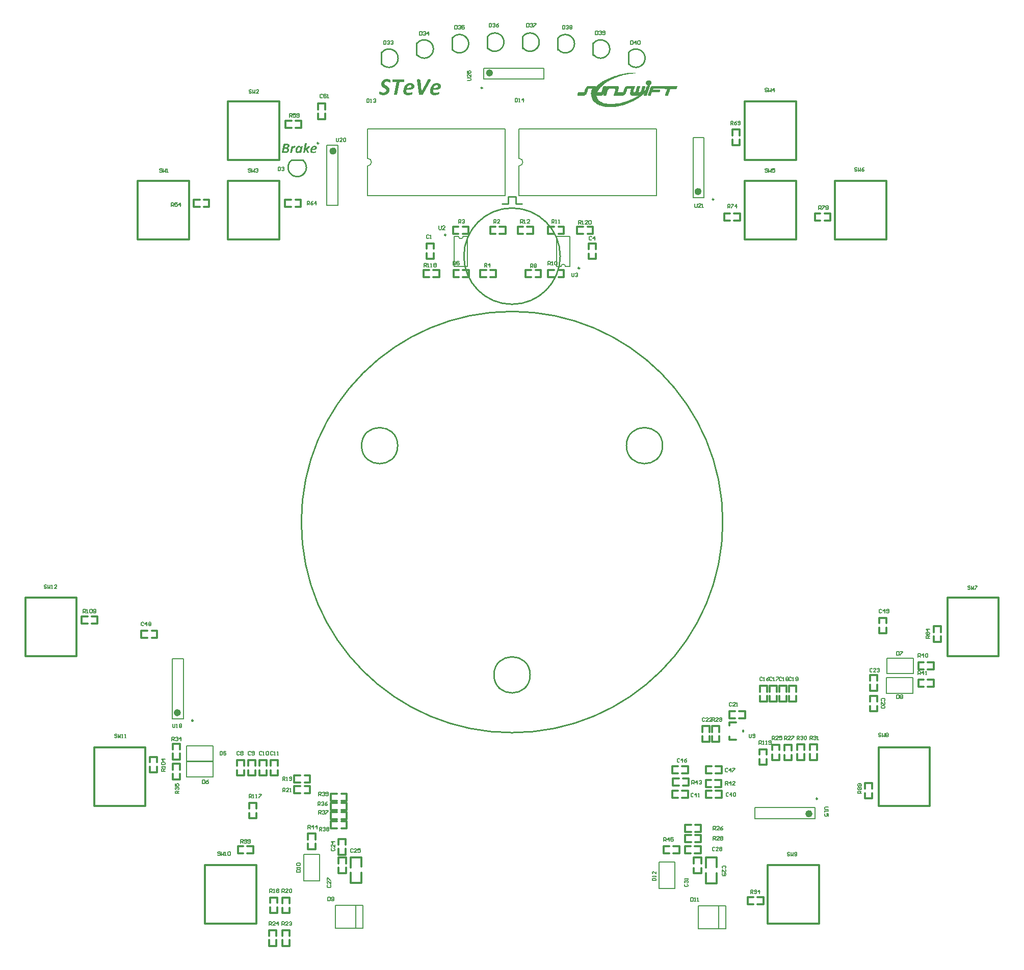
<source format=gto>
%FSLAX25Y25*%
%MOIN*%
G70*
G01*
G75*
%ADD10O,0.08661X0.02362*%
%ADD11R,0.03000X0.03543*%
%ADD12R,0.05118X0.05512*%
%ADD13R,0.05512X0.05118*%
%ADD14R,0.03543X0.03000*%
%ADD15R,0.05000X0.06693*%
%ADD16R,0.04921X0.03937*%
%ADD17R,0.08661X0.02362*%
%ADD18O,0.08661X0.02362*%
%ADD19O,0.02362X0.08661*%
%ADD20R,0.09449X0.09843*%
%ADD21C,0.01575*%
%ADD22C,0.01181*%
%ADD23C,0.00984*%
%ADD24C,0.01000*%
%ADD25C,0.03150*%
%ADD26C,0.03937*%
%ADD27C,0.02756*%
%ADD28C,0.02362*%
%ADD29C,0.00591*%
%ADD30C,0.05906*%
%ADD31R,0.05906X0.05906*%
%ADD32C,0.05118*%
%ADD33C,0.07874*%
%ADD34O,0.10236X0.07874*%
%ADD35O,0.08268X0.07874*%
%ADD36R,0.05118X0.09843*%
%ADD37O,0.05118X0.09843*%
%ADD38C,0.05500*%
%ADD39C,0.06693*%
%ADD40R,0.06299X0.06299*%
%ADD41C,0.06299*%
%ADD42C,2.75591*%
%ADD43C,0.39370*%
%ADD44C,0.19685*%
%ADD45C,0.05000*%
%ADD46C,0.01969*%
%ADD47R,0.09646X0.09843*%
%ADD48R,0.09843X0.09449*%
%ADD49R,0.02362X0.08661*%
%ADD50O,0.02362X0.08661*%
%ADD51R,0.20866X0.07087*%
%ADD52O,0.03937X0.01024*%
%ADD53O,0.01024X0.03937*%
%ADD54R,0.03937X0.01024*%
%ADD55R,0.03543X0.01575*%
%ADD56R,0.09449X0.12598*%
%ADD57R,0.06693X0.05000*%
%ADD58R,0.09843X0.14961*%
%ADD59R,0.01969X0.05512*%
%ADD60O,0.08661X0.01575*%
%ADD61R,0.08661X0.01575*%
%ADD62R,0.18110X0.09252*%
%ADD63O,0.01378X0.06299*%
%ADD64R,0.07087X0.07874*%
%ADD65R,0.03543X0.01575*%
%ADD66R,0.09843X0.09646*%
%ADD67R,0.03937X0.04921*%
%ADD68O,0.02165X0.07874*%
%ADD69R,0.15000X0.19685*%
%ADD70R,0.01575X0.03543*%
%ADD71R,0.06000X0.06299*%
%ADD72R,0.06299X0.06000*%
%ADD73C,0.00787*%
%ADD74C,0.00141*%
%ADD75C,0.01378*%
%ADD76C,0.01200*%
G36*
X-147168Y247599D02*
X-147041Y247588D01*
X-146891Y247576D01*
X-146753Y247553D01*
X-146614Y247530D01*
X-146603D01*
X-146557Y247519D01*
X-146488Y247496D01*
X-146407Y247473D01*
X-146211Y247403D01*
X-146119Y247357D01*
X-146026Y247300D01*
X-146015Y247288D01*
X-145992Y247276D01*
X-145946Y247242D01*
X-145888Y247196D01*
X-145773Y247069D01*
X-145657Y246908D01*
X-145646Y246896D01*
X-145634Y246862D01*
X-145611Y246815D01*
X-145588Y246758D01*
X-145565Y246677D01*
X-145554Y246573D01*
X-145531Y246469D01*
Y246354D01*
Y246343D01*
Y246308D01*
Y246250D01*
X-145542Y246181D01*
X-145554Y246100D01*
X-145565Y246020D01*
X-145611Y245824D01*
Y245812D01*
X-145623Y245778D01*
X-145646Y245731D01*
X-145669Y245674D01*
X-145738Y245535D01*
X-145842Y245374D01*
X-145853Y245363D01*
X-145865Y245339D01*
X-145899Y245305D01*
X-145946Y245259D01*
X-146061Y245144D01*
X-146199Y245017D01*
X-146211Y245005D01*
X-146234Y244994D01*
X-146280Y244959D01*
X-146338Y244924D01*
X-146407Y244890D01*
X-146476Y244844D01*
X-146660Y244763D01*
X-146649D01*
X-146626Y244752D01*
X-146580D01*
X-146534Y244728D01*
X-146407Y244694D01*
X-146280Y244625D01*
X-146268D01*
X-146245Y244613D01*
X-146176Y244555D01*
X-146084Y244486D01*
X-145980Y244383D01*
X-145969Y244371D01*
X-145957Y244359D01*
X-145911Y244290D01*
X-145842Y244175D01*
X-145784Y244037D01*
Y244025D01*
X-145773Y244002D01*
X-145761Y243956D01*
X-145750Y243910D01*
X-145738Y243841D01*
X-145727Y243760D01*
X-145715Y243587D01*
Y243575D01*
Y243552D01*
Y243506D01*
X-145727Y243449D01*
X-145738Y243299D01*
X-145784Y243126D01*
Y243114D01*
X-145796Y243080D01*
X-145807Y243034D01*
X-145830Y242976D01*
X-145888Y242814D01*
X-145980Y242641D01*
Y242630D01*
X-146003Y242607D01*
X-146026Y242561D01*
X-146072Y242503D01*
X-146176Y242365D01*
X-146326Y242203D01*
X-146338Y242192D01*
X-146361Y242169D01*
X-146407Y242134D01*
X-146465Y242076D01*
X-146545Y242019D01*
X-146626Y241961D01*
X-146834Y241834D01*
X-146845Y241823D01*
X-146891Y241811D01*
X-146949Y241777D01*
X-147029Y241742D01*
X-147133Y241707D01*
X-147248Y241661D01*
X-147387Y241615D01*
X-147525Y241581D01*
X-147548D01*
X-147594Y241569D01*
X-147675Y241558D01*
X-147791Y241546D01*
X-147917Y241523D01*
X-148079Y241512D01*
X-148252Y241500D01*
X-150166D01*
X-150235Y241512D01*
X-150339Y241535D01*
X-150419Y241592D01*
X-150431Y241615D01*
X-150454Y241661D01*
X-150465Y241754D01*
Y241811D01*
X-150454Y241880D01*
X-149382Y247219D01*
Y247230D01*
X-149370Y247253D01*
X-149358Y247288D01*
X-149347Y247334D01*
X-149301Y247438D01*
X-149220Y247519D01*
X-149209D01*
X-149197Y247530D01*
X-149139Y247565D01*
X-149036Y247599D01*
X-148920Y247611D01*
X-147283D01*
X-147168Y247599D01*
D02*
G37*
G36*
X-142014Y246135D02*
X-142002D01*
X-141968Y246124D01*
X-141887Y246100D01*
X-141876D01*
X-141841Y246089D01*
X-141772Y246066D01*
X-141760D01*
X-141737Y246054D01*
X-141714Y246043D01*
X-141691Y246031D01*
X-141680Y246020D01*
X-141668Y246008D01*
X-141656Y245974D01*
Y245939D01*
Y245928D01*
Y245916D01*
Y245870D01*
X-141668Y245812D01*
Y245801D01*
X-141680Y245755D01*
X-141691Y245697D01*
X-141703Y245616D01*
Y245593D01*
X-141714Y245547D01*
X-141726Y245466D01*
X-141749Y245374D01*
Y245351D01*
X-141760Y245305D01*
X-141783Y245236D01*
X-141806Y245155D01*
Y245144D01*
X-141829Y245097D01*
X-141852Y245040D01*
X-141887Y244982D01*
X-141899Y244970D01*
X-141922Y244959D01*
X-141945Y244936D01*
X-141991Y244924D01*
X-142014D01*
X-142072Y244936D01*
X-142083D01*
X-142095Y244948D01*
X-142164Y244970D01*
X-142175D01*
X-142198Y244982D01*
X-142233Y244994D01*
X-142279Y245005D01*
X-142291D01*
X-142314Y245017D01*
X-142360Y245028D01*
X-142440D01*
X-142475Y245017D01*
X-142521D01*
X-142637Y244970D01*
X-142694Y244948D01*
X-142763Y244901D01*
X-142775D01*
X-142798Y244878D01*
X-142833Y244855D01*
X-142867Y244809D01*
X-142982Y244717D01*
X-143109Y244579D01*
X-143121Y244567D01*
X-143132Y244544D01*
X-143167Y244498D01*
X-143201Y244452D01*
X-143248Y244383D01*
X-143305Y244302D01*
X-143409Y244106D01*
Y244094D01*
X-143432Y244060D01*
X-143455Y244002D01*
X-143478Y243933D01*
X-143513Y243852D01*
X-143536Y243760D01*
X-143594Y243552D01*
X-143974Y241661D01*
Y241650D01*
Y241638D01*
X-143985Y241604D01*
X-144009Y241581D01*
X-144020D01*
X-144032Y241558D01*
X-144066Y241546D01*
X-144124Y241523D01*
X-144135D01*
X-144170Y241512D01*
X-144228Y241500D01*
X-144308Y241489D01*
X-144389D01*
X-144481Y241477D01*
X-144793D01*
X-144885Y241489D01*
X-144908D01*
X-144954Y241500D01*
X-145012Y241512D01*
X-145069Y241523D01*
X-145081D01*
X-145104Y241535D01*
X-145127Y241558D01*
X-145150Y241581D01*
Y241592D01*
Y241604D01*
Y241661D01*
X-144308Y245881D01*
Y245893D01*
Y245904D01*
X-144297Y245939D01*
X-144274Y245962D01*
X-144262Y245974D01*
X-144251Y245985D01*
X-144182Y246008D01*
X-144170D01*
X-144135Y246020D01*
X-144078Y246031D01*
X-144009Y246043D01*
X-143985D01*
X-143939Y246054D01*
X-143859Y246066D01*
X-143674D01*
X-143605Y246054D01*
X-143524Y246043D01*
X-143513D01*
X-143467Y246031D01*
X-143432Y246020D01*
X-143386Y246008D01*
X-143375D01*
X-143351Y245997D01*
X-143328Y245985D01*
X-143317Y245962D01*
X-143305Y245939D01*
Y245916D01*
Y245881D01*
X-143441Y245216D01*
X-143421Y245236D01*
X-143397Y245282D01*
X-143363Y245328D01*
X-143282Y245455D01*
X-143178Y245582D01*
X-143167Y245593D01*
X-143155Y245616D01*
X-143086Y245685D01*
X-142982Y245778D01*
X-142867Y245870D01*
X-142856Y245881D01*
X-142833Y245893D01*
X-142798Y245916D01*
X-142763Y245939D01*
X-142648Y246008D01*
X-142521Y246066D01*
X-142510D01*
X-142487Y246077D01*
X-142452Y246089D01*
X-142406Y246112D01*
X-142291Y246135D01*
X-142152Y246147D01*
X-142060D01*
X-142014Y246135D01*
D02*
G37*
G36*
X-66223Y287226D02*
X-66031Y287207D01*
X-65820Y287169D01*
X-65608Y287130D01*
X-65416Y287073D01*
X-65397D01*
X-65320Y287034D01*
X-65243Y286996D01*
X-65108Y286957D01*
X-64839Y286804D01*
X-64570Y286611D01*
X-64551Y286592D01*
X-64513Y286573D01*
X-64455Y286515D01*
X-64378Y286438D01*
X-64205Y286227D01*
X-64070Y285977D01*
Y285958D01*
X-64051Y285919D01*
X-64013Y285843D01*
X-63974Y285766D01*
X-63917Y285516D01*
X-63898Y285247D01*
Y285228D01*
Y285151D01*
X-63917Y285055D01*
X-63936Y284920D01*
X-63955Y284747D01*
X-64013Y284574D01*
X-64070Y284401D01*
X-64167Y284228D01*
X-64186Y284209D01*
X-64205Y284151D01*
X-64282Y284074D01*
X-64359Y283959D01*
X-64474Y283824D01*
X-64609Y283709D01*
X-64763Y283575D01*
X-64955Y283440D01*
X-64974Y283421D01*
X-65051Y283382D01*
X-65166Y283325D01*
X-65320Y283267D01*
X-65531Y283190D01*
X-65762Y283113D01*
X-66031Y283036D01*
X-66338Y282960D01*
X-66377D01*
X-66492Y282940D01*
X-66665Y282902D01*
X-66896Y282883D01*
X-67184Y282844D01*
X-67530Y282806D01*
X-67895Y282787D01*
X-69029D01*
Y282748D01*
X-69049Y282671D01*
X-69068Y282537D01*
X-69087Y282402D01*
Y282383D01*
Y282306D01*
Y282191D01*
Y282095D01*
Y282076D01*
Y281979D01*
X-69068Y281864D01*
X-69049Y281730D01*
X-69010Y281576D01*
X-68952Y281403D01*
X-68875Y281249D01*
X-68760Y281115D01*
X-68741Y281095D01*
X-68703Y281076D01*
X-68626Y281018D01*
X-68510Y280961D01*
X-68357Y280903D01*
X-68184Y280865D01*
X-67953Y280826D01*
X-67703Y280807D01*
X-67396D01*
X-67088Y280826D01*
X-66781Y280865D01*
X-66761D01*
X-66704Y280884D01*
X-66627Y280903D01*
X-66531Y280922D01*
X-66300Y280980D01*
X-66050Y281038D01*
X-66031D01*
X-65992Y281057D01*
X-65935Y281076D01*
X-65877Y281095D01*
X-65704Y281153D01*
X-65531Y281211D01*
X-65512D01*
X-65493Y281230D01*
X-65416Y281249D01*
X-65320Y281268D01*
X-65243Y281288D01*
X-65185D01*
X-65147Y281268D01*
X-65108Y281230D01*
X-65089Y281211D01*
X-65070Y281191D01*
X-65051Y281134D01*
Y281057D01*
Y281038D01*
Y280961D01*
X-65070Y280865D01*
X-65089Y280749D01*
Y280711D01*
X-65108Y280634D01*
X-65128Y280538D01*
X-65147Y280403D01*
Y280384D01*
X-65166Y280307D01*
X-65205Y280192D01*
X-65262Y280077D01*
X-65281Y280057D01*
X-65301Y280000D01*
X-65358Y279923D01*
X-65416Y279865D01*
X-65435Y279846D01*
X-65493Y279807D01*
X-65608Y279750D01*
X-65762Y279673D01*
X-65781D01*
X-65800Y279654D01*
X-65858Y279634D01*
X-65935Y279615D01*
X-66127Y279558D01*
X-66377Y279500D01*
X-66435D01*
X-66511Y279481D01*
X-66608Y279462D01*
X-66723Y279442D01*
X-66857Y279423D01*
X-67165Y279385D01*
X-67242D01*
X-67338Y279365D01*
X-67434D01*
X-67588Y279346D01*
X-67722D01*
X-68068Y279327D01*
X-68337D01*
X-68510Y279346D01*
X-68722Y279365D01*
X-68933Y279385D01*
X-69375Y279481D01*
X-69394D01*
X-69471Y279519D01*
X-69568Y279538D01*
X-69702Y279596D01*
X-70009Y279750D01*
X-70317Y279942D01*
X-70336Y279961D01*
X-70375Y280000D01*
X-70452Y280077D01*
X-70529Y280173D01*
X-70625Y280288D01*
X-70721Y280423D01*
X-70817Y280595D01*
X-70894Y280768D01*
Y280788D01*
X-70913Y280865D01*
X-70951Y280961D01*
X-70970Y281115D01*
X-71009Y281288D01*
X-71047Y281480D01*
X-71067Y281710D01*
Y281960D01*
Y281979D01*
Y282056D01*
Y282172D01*
X-71047Y282306D01*
Y282479D01*
X-71028Y282671D01*
X-70970Y283094D01*
Y283113D01*
X-70951Y283190D01*
X-70932Y283306D01*
X-70894Y283459D01*
X-70855Y283651D01*
X-70797Y283844D01*
X-70663Y284267D01*
X-70644Y284286D01*
X-70625Y284363D01*
X-70567Y284478D01*
X-70509Y284632D01*
X-70413Y284805D01*
X-70317Y284997D01*
X-70086Y285401D01*
X-70067Y285420D01*
X-70029Y285497D01*
X-69952Y285593D01*
X-69856Y285727D01*
X-69740Y285862D01*
X-69587Y286035D01*
X-69260Y286342D01*
X-69241Y286362D01*
X-69164Y286419D01*
X-69068Y286477D01*
X-68933Y286573D01*
X-68760Y286688D01*
X-68568Y286784D01*
X-68357Y286900D01*
X-68126Y286996D01*
X-68088Y287015D01*
X-68011Y287034D01*
X-67876Y287073D01*
X-67703Y287130D01*
X-67472Y287169D01*
X-67223Y287207D01*
X-66953Y287226D01*
X-66646Y287246D01*
X-66396D01*
X-66223Y287226D01*
D02*
G37*
G36*
X-128997Y246135D02*
X-128881Y246124D01*
X-128754Y246100D01*
X-128628Y246077D01*
X-128512Y246043D01*
X-128501D01*
X-128455Y246020D01*
X-128409Y245997D01*
X-128328Y245974D01*
X-128166Y245881D01*
X-128005Y245766D01*
X-127993Y245755D01*
X-127970Y245743D01*
X-127936Y245708D01*
X-127890Y245662D01*
X-127786Y245535D01*
X-127705Y245386D01*
Y245374D01*
X-127694Y245351D01*
X-127671Y245305D01*
X-127647Y245259D01*
X-127613Y245109D01*
X-127601Y244948D01*
Y244936D01*
Y244890D01*
X-127613Y244832D01*
X-127624Y244752D01*
X-127636Y244648D01*
X-127671Y244544D01*
X-127705Y244440D01*
X-127763Y244336D01*
X-127774Y244325D01*
X-127786Y244290D01*
X-127832Y244244D01*
X-127878Y244175D01*
X-127947Y244094D01*
X-128028Y244025D01*
X-128120Y243944D01*
X-128236Y243864D01*
X-128247Y243852D01*
X-128293Y243829D01*
X-128362Y243794D01*
X-128455Y243760D01*
X-128582Y243714D01*
X-128720Y243668D01*
X-128881Y243621D01*
X-129066Y243575D01*
X-129089D01*
X-129158Y243564D01*
X-129262Y243541D01*
X-129400Y243529D01*
X-129573Y243506D01*
X-129781Y243483D01*
X-130000Y243472D01*
X-130680D01*
Y243449D01*
X-130692Y243402D01*
X-130703Y243322D01*
X-130714Y243241D01*
Y243230D01*
Y243183D01*
Y243114D01*
Y243057D01*
Y243045D01*
Y242987D01*
X-130703Y242918D01*
X-130692Y242838D01*
X-130668Y242745D01*
X-130634Y242641D01*
X-130588Y242549D01*
X-130518Y242469D01*
X-130507Y242457D01*
X-130484Y242445D01*
X-130438Y242411D01*
X-130369Y242376D01*
X-130276Y242342D01*
X-130173Y242319D01*
X-130034Y242296D01*
X-129884Y242284D01*
X-129700D01*
X-129515Y242296D01*
X-129331Y242319D01*
X-129319D01*
X-129285Y242330D01*
X-129239Y242342D01*
X-129181Y242353D01*
X-129043Y242388D01*
X-128893Y242422D01*
X-128881D01*
X-128858Y242434D01*
X-128824Y242445D01*
X-128789Y242457D01*
X-128685Y242492D01*
X-128582Y242526D01*
X-128570D01*
X-128558Y242538D01*
X-128512Y242549D01*
X-128455Y242561D01*
X-128409Y242572D01*
X-128374D01*
X-128351Y242561D01*
X-128328Y242538D01*
X-128316Y242526D01*
X-128305Y242515D01*
X-128293Y242480D01*
Y242434D01*
Y242422D01*
Y242376D01*
X-128305Y242319D01*
X-128316Y242249D01*
Y242226D01*
X-128328Y242180D01*
X-128339Y242123D01*
X-128351Y242042D01*
Y242030D01*
X-128362Y241984D01*
X-128385Y241915D01*
X-128420Y241846D01*
X-128432Y241834D01*
X-128443Y241800D01*
X-128478Y241754D01*
X-128512Y241719D01*
X-128524Y241707D01*
X-128558Y241685D01*
X-128628Y241650D01*
X-128720Y241604D01*
X-128731D01*
X-128743Y241592D01*
X-128778Y241581D01*
X-128824Y241569D01*
X-128939Y241535D01*
X-129089Y241500D01*
X-129123D01*
X-129169Y241489D01*
X-129227Y241477D01*
X-129296Y241465D01*
X-129377Y241454D01*
X-129561Y241431D01*
X-129608D01*
X-129665Y241419D01*
X-129723D01*
X-129815Y241408D01*
X-129896D01*
X-130103Y241396D01*
X-130265D01*
X-130369Y241408D01*
X-130496Y241419D01*
X-130622Y241431D01*
X-130887Y241489D01*
X-130899D01*
X-130945Y241512D01*
X-131003Y241523D01*
X-131084Y241558D01*
X-131268Y241650D01*
X-131452Y241765D01*
X-131464Y241777D01*
X-131487Y241800D01*
X-131533Y241846D01*
X-131579Y241903D01*
X-131637Y241973D01*
X-131695Y242053D01*
X-131752Y242157D01*
X-131798Y242261D01*
Y242272D01*
X-131810Y242319D01*
X-131833Y242376D01*
X-131844Y242469D01*
X-131868Y242572D01*
X-131891Y242688D01*
X-131902Y242826D01*
Y242976D01*
Y242987D01*
Y243034D01*
Y243103D01*
X-131891Y243183D01*
Y243287D01*
X-131879Y243402D01*
X-131844Y243656D01*
Y243668D01*
X-131833Y243714D01*
X-131821Y243783D01*
X-131798Y243875D01*
X-131775Y243990D01*
X-131741Y244106D01*
X-131660Y244359D01*
X-131649Y244371D01*
X-131637Y244417D01*
X-131602Y244486D01*
X-131568Y244579D01*
X-131510Y244682D01*
X-131452Y244798D01*
X-131314Y245040D01*
X-131302Y245051D01*
X-131280Y245097D01*
X-131233Y245155D01*
X-131176Y245236D01*
X-131106Y245316D01*
X-131014Y245420D01*
X-130818Y245605D01*
X-130807Y245616D01*
X-130761Y245651D01*
X-130703Y245685D01*
X-130622Y245743D01*
X-130518Y245812D01*
X-130403Y245870D01*
X-130276Y245939D01*
X-130138Y245997D01*
X-130115Y246008D01*
X-130069Y246020D01*
X-129988Y246043D01*
X-129884Y246077D01*
X-129746Y246100D01*
X-129596Y246124D01*
X-129435Y246135D01*
X-129250Y246147D01*
X-129100D01*
X-128997Y246135D01*
D02*
G37*
G36*
X-139189D02*
X-139097Y246124D01*
X-138981Y246100D01*
X-138866Y246077D01*
X-138751Y246031D01*
X-138636Y245974D01*
X-138624Y245962D01*
X-138590Y245939D01*
X-138532Y245904D01*
X-138451Y245858D01*
X-138370Y245789D01*
X-138290Y245708D01*
X-138198Y245616D01*
X-138105Y245501D01*
X-138024Y245881D01*
Y245893D01*
X-138002Y245939D01*
X-137955Y245974D01*
X-137886Y246020D01*
X-137875D01*
X-137863Y246031D01*
X-137829D01*
X-137782Y246043D01*
X-137725Y246054D01*
X-137644D01*
X-137563Y246066D01*
X-137379D01*
X-137298Y246054D01*
X-137229Y246043D01*
X-137206D01*
X-137171Y246031D01*
X-137125Y246020D01*
X-137079Y246008D01*
X-137068D01*
X-137045Y245997D01*
X-137021Y245985D01*
X-137010Y245962D01*
X-136998Y245939D01*
X-136987Y245881D01*
X-137829Y241650D01*
Y241638D01*
X-137852Y241604D01*
X-137909Y241558D01*
X-137990Y241512D01*
X-138013D01*
X-138048Y241500D01*
X-138094D01*
X-138151Y241489D01*
X-138221D01*
X-138301Y241477D01*
X-138567D01*
X-138647Y241489D01*
X-138659D01*
X-138705Y241500D01*
X-138751D01*
X-138797Y241512D01*
X-138809D01*
X-138820Y241523D01*
X-138866Y241569D01*
Y241581D01*
Y241592D01*
Y241650D01*
X-138742Y242316D01*
X-138751Y242307D01*
X-138797Y242238D01*
X-138866Y242134D01*
X-138970Y242007D01*
X-138981Y241996D01*
X-138993Y241984D01*
X-139028Y241950D01*
X-139074Y241915D01*
X-139189Y241811D01*
X-139339Y241707D01*
X-139350D01*
X-139374Y241685D01*
X-139420Y241661D01*
X-139477Y241627D01*
X-139547Y241592D01*
X-139627Y241558D01*
X-139812Y241489D01*
X-139823D01*
X-139858Y241477D01*
X-139904Y241465D01*
X-139973Y241442D01*
X-140054Y241431D01*
X-140146Y241408D01*
X-140342Y241396D01*
X-140400D01*
X-140469Y241408D01*
X-140561D01*
X-140653Y241431D01*
X-140757Y241454D01*
X-140861Y241477D01*
X-140965Y241523D01*
X-140976Y241535D01*
X-141011Y241546D01*
X-141057Y241581D01*
X-141115Y241615D01*
X-141241Y241719D01*
X-141368Y241869D01*
X-141380Y241880D01*
X-141391Y241915D01*
X-141414Y241961D01*
X-141449Y242019D01*
X-141483Y242100D01*
X-141518Y242180D01*
X-141587Y242388D01*
Y242399D01*
X-141599Y242434D01*
X-141610Y242492D01*
Y242572D01*
X-141622Y242665D01*
X-141633Y242768D01*
X-141645Y242999D01*
Y243010D01*
Y243057D01*
Y243114D01*
X-141633Y243195D01*
Y243287D01*
X-141622Y243402D01*
X-141599Y243645D01*
Y243656D01*
X-141587Y243702D01*
X-141576Y243771D01*
X-141553Y243864D01*
X-141530Y243979D01*
X-141507Y244094D01*
X-141426Y244348D01*
X-141414Y244359D01*
X-141403Y244406D01*
X-141380Y244475D01*
X-141334Y244567D01*
X-141299Y244659D01*
X-141241Y244775D01*
X-141115Y245017D01*
X-141103Y245028D01*
X-141080Y245074D01*
X-141045Y245132D01*
X-140988Y245213D01*
X-140930Y245305D01*
X-140849Y245397D01*
X-140676Y245593D01*
X-140665Y245605D01*
X-140630Y245639D01*
X-140573Y245685D01*
X-140504Y245743D01*
X-140411Y245801D01*
X-140307Y245870D01*
X-140077Y245997D01*
X-140065Y246008D01*
X-140019Y246020D01*
X-139950Y246043D01*
X-139858Y246077D01*
X-139743Y246100D01*
X-139616Y246124D01*
X-139477Y246135D01*
X-139327Y246147D01*
X-139258D01*
X-139189Y246135D01*
D02*
G37*
G36*
X-134577Y248061D02*
X-134485Y248049D01*
X-134462D01*
X-134416Y248038D01*
X-134358Y248026D01*
X-134312Y248014D01*
X-134300D01*
X-134277Y248003D01*
X-134254Y247980D01*
X-134231Y247945D01*
X-134220Y247922D01*
Y247899D01*
Y247865D01*
X-134958Y244175D01*
X-133378Y245858D01*
X-133366Y245870D01*
X-133343Y245893D01*
X-133286Y245951D01*
X-133274Y245962D01*
X-133251Y245974D01*
X-133205Y245997D01*
X-133147Y246020D01*
X-133136D01*
X-133090Y246031D01*
X-133020Y246043D01*
X-132940Y246054D01*
X-132917D01*
X-132848Y246066D01*
X-132432D01*
X-132340Y246054D01*
X-132317D01*
X-132271Y246043D01*
X-132213Y246031D01*
X-132167Y246020D01*
X-132156D01*
X-132133Y246008D01*
X-132098Y245985D01*
X-132075Y245962D01*
X-132063D01*
X-132052Y245939D01*
X-132041Y245916D01*
Y245893D01*
Y245881D01*
X-132052Y245835D01*
X-132063Y245778D01*
X-132110Y245708D01*
X-132121Y245697D01*
X-132156Y245639D01*
X-132225Y245559D01*
X-132317Y245455D01*
X-133793Y244048D01*
X-132836Y242019D01*
X-132825Y242007D01*
X-132801Y241961D01*
X-132778Y241892D01*
X-132767Y241823D01*
Y241811D01*
X-132755Y241777D01*
X-132744Y241731D01*
Y241696D01*
Y241685D01*
Y241661D01*
X-132755Y241627D01*
X-132778Y241592D01*
X-132790Y241581D01*
X-132801Y241569D01*
X-132836Y241546D01*
X-132882Y241523D01*
X-132894D01*
X-132928Y241512D01*
X-132998Y241500D01*
X-133078Y241489D01*
X-133159D01*
X-133263Y241477D01*
X-133608D01*
X-133701Y241489D01*
X-133724D01*
X-133770Y241500D01*
X-133828D01*
X-133885Y241512D01*
X-133897D01*
X-133920Y241523D01*
X-133977Y241569D01*
Y241581D01*
X-133989Y241604D01*
X-134012Y241673D01*
X-135015Y243887D01*
X-135453Y241661D01*
Y241650D01*
X-135465Y241638D01*
X-135476Y241604D01*
X-135511Y241581D01*
X-135522D01*
X-135534Y241558D01*
X-135569Y241546D01*
X-135615Y241523D01*
X-135626D01*
X-135661Y241512D01*
X-135730Y241500D01*
X-135811Y241489D01*
X-135891D01*
X-135972Y241477D01*
X-136295D01*
X-136387Y241489D01*
X-136399D01*
X-136445Y241500D01*
X-136503D01*
X-136560Y241512D01*
X-136572D01*
X-136595Y241523D01*
X-136618Y241546D01*
X-136641Y241569D01*
Y241581D01*
Y241592D01*
Y241650D01*
X-135396Y247865D01*
Y247876D01*
Y247888D01*
X-135384Y247922D01*
X-135361Y247945D01*
X-135350Y247957D01*
X-135338Y247968D01*
X-135303Y247991D01*
X-135257Y248014D01*
X-135246D01*
X-135200Y248026D01*
X-135142Y248038D01*
X-135061Y248049D01*
X-135038D01*
X-134981Y248061D01*
X-134888Y248072D01*
X-134669D01*
X-134577Y248061D01*
D02*
G37*
G36*
X-81292Y289840D02*
X-81042Y289802D01*
X-81023D01*
X-80984Y289783D01*
X-80907D01*
X-80830Y289763D01*
X-80619Y289706D01*
X-80388Y289648D01*
X-80369D01*
X-80331Y289629D01*
X-80215Y289591D01*
X-80062Y289533D01*
X-79889Y289456D01*
X-79869D01*
X-79850Y289437D01*
X-79773Y289398D01*
X-79677Y289341D01*
X-79600Y289283D01*
X-79581Y289264D01*
X-79562Y289225D01*
X-79485Y289110D01*
Y289091D01*
X-79466Y289052D01*
X-79447Y288995D01*
Y288918D01*
Y288899D01*
Y288860D01*
Y288803D01*
X-79466Y288726D01*
Y288706D01*
X-79485Y288649D01*
Y288572D01*
X-79504Y288457D01*
Y288437D01*
X-79523Y288380D01*
X-79543Y288283D01*
X-79562Y288168D01*
Y288149D01*
X-79581Y288091D01*
X-79619Y288015D01*
X-79658Y287918D01*
Y287899D01*
X-79677Y287861D01*
X-79773Y287726D01*
Y287707D01*
X-79812Y287688D01*
X-79850Y287668D01*
X-79889Y287649D01*
X-79908D01*
X-79966Y287668D01*
X-80062Y287688D01*
X-80177Y287745D01*
X-80196Y287765D01*
X-80292Y287803D01*
X-80408Y287861D01*
X-80581Y287938D01*
X-80600D01*
X-80619Y287957D01*
X-80734Y288015D01*
X-80907Y288072D01*
X-81138Y288149D01*
X-81157D01*
X-81196Y288168D01*
X-81253Y288187D01*
X-81349Y288207D01*
X-81580Y288245D01*
X-81868Y288264D01*
X-82022D01*
X-82118Y288245D01*
X-82349Y288207D01*
X-82599Y288130D01*
X-82618D01*
X-82637Y288111D01*
X-82772Y288053D01*
X-82925Y287957D01*
X-83079Y287822D01*
X-83098Y287784D01*
X-83175Y287688D01*
X-83271Y287553D01*
X-83348Y287380D01*
Y287361D01*
X-83367Y287342D01*
X-83387Y287226D01*
X-83406Y287073D01*
X-83425Y286900D01*
Y286880D01*
Y286861D01*
X-83406Y286746D01*
X-83367Y286573D01*
X-83290Y286400D01*
X-83271Y286362D01*
X-83194Y286265D01*
X-83079Y286150D01*
X-82925Y285996D01*
X-82906D01*
X-82887Y285958D01*
X-82772Y285881D01*
X-82599Y285785D01*
X-82387Y285650D01*
X-82368D01*
X-82329Y285612D01*
X-82272Y285593D01*
X-82195Y285535D01*
X-82003Y285420D01*
X-81772Y285285D01*
X-81753D01*
X-81714Y285247D01*
X-81657Y285208D01*
X-81580Y285170D01*
X-81388Y285035D01*
X-81176Y284862D01*
X-81157D01*
X-81119Y284824D01*
X-81061Y284786D01*
X-80984Y284728D01*
X-80811Y284555D01*
X-80638Y284343D01*
X-80619Y284324D01*
X-80600Y284286D01*
X-80542Y284228D01*
X-80504Y284151D01*
X-80369Y283940D01*
X-80254Y283671D01*
Y283651D01*
X-80235Y283613D01*
X-80196Y283517D01*
X-80177Y283421D01*
X-80138Y283286D01*
X-80119Y283152D01*
X-80100Y282806D01*
Y282767D01*
Y282671D01*
X-80119Y282537D01*
X-80138Y282345D01*
X-80177Y282133D01*
X-80235Y281903D01*
X-80311Y281672D01*
X-80408Y281422D01*
X-80427Y281403D01*
X-80465Y281307D01*
X-80542Y281191D01*
X-80619Y281038D01*
X-80753Y280865D01*
X-80888Y280692D01*
X-81061Y280499D01*
X-81253Y280307D01*
X-81272Y280288D01*
X-81349Y280230D01*
X-81465Y280153D01*
X-81618Y280038D01*
X-81811Y279923D01*
X-82041Y279807D01*
X-82291Y279692D01*
X-82579Y279577D01*
X-82618Y279558D01*
X-82714Y279538D01*
X-82868Y279500D01*
X-83079Y279462D01*
X-83329Y279404D01*
X-83617Y279365D01*
X-83944Y279346D01*
X-84290Y279327D01*
X-84482D01*
X-84597Y279346D01*
X-84751D01*
X-84905Y279365D01*
X-85251Y279423D01*
X-85270D01*
X-85328Y279442D01*
X-85405Y279462D01*
X-85501Y279481D01*
X-85751Y279538D01*
X-86001Y279596D01*
X-86020D01*
X-86058Y279615D01*
X-86116Y279634D01*
X-86193Y279673D01*
X-86366Y279750D01*
X-86558Y279846D01*
X-86596Y279865D01*
X-86693Y279923D01*
X-86808Y280000D01*
X-86904Y280096D01*
X-86923Y280115D01*
X-86942Y280192D01*
X-86981Y280307D01*
X-87000Y280461D01*
Y280480D01*
Y280499D01*
Y280557D01*
Y280634D01*
Y280653D01*
X-86981Y280711D01*
Y280807D01*
X-86962Y280903D01*
Y280922D01*
X-86942Y280999D01*
X-86904Y281095D01*
X-86885Y281211D01*
Y281230D01*
X-86866Y281307D01*
X-86827Y281384D01*
X-86789Y281480D01*
X-86769Y281499D01*
X-86750Y281557D01*
X-86712Y281633D01*
X-86673Y281691D01*
X-86654Y281710D01*
X-86616Y281749D01*
X-86577Y281768D01*
X-86519Y281787D01*
X-86500D01*
X-86423Y281768D01*
X-86327Y281730D01*
X-86212Y281653D01*
X-86173Y281633D01*
X-86077Y281576D01*
X-85943Y281499D01*
X-85751Y281384D01*
X-85732D01*
X-85693Y281364D01*
X-85635Y281326D01*
X-85558Y281307D01*
X-85347Y281211D01*
X-85097Y281115D01*
X-85078D01*
X-85020Y281095D01*
X-84943Y281076D01*
X-84847Y281057D01*
X-84713Y281038D01*
X-84559Y281018D01*
X-84194Y280999D01*
X-84021D01*
X-83925Y281018D01*
X-83656Y281057D01*
X-83387Y281115D01*
X-83367D01*
X-83329Y281134D01*
X-83271Y281153D01*
X-83175Y281191D01*
X-83002Y281288D01*
X-82810Y281422D01*
X-82791Y281441D01*
X-82772Y281460D01*
X-82675Y281557D01*
X-82541Y281710D01*
X-82445Y281903D01*
Y281922D01*
X-82426Y281941D01*
X-82406Y281999D01*
X-82368Y282076D01*
X-82329Y282268D01*
X-82310Y282498D01*
Y282518D01*
Y282556D01*
X-82329Y282671D01*
X-82368Y282825D01*
X-82464Y282998D01*
Y283017D01*
X-82483Y283036D01*
X-82560Y283133D01*
X-82675Y283267D01*
X-82829Y283402D01*
X-82849D01*
X-82868Y283440D01*
X-82983Y283517D01*
X-83156Y283632D01*
X-83367Y283767D01*
X-83387D01*
X-83425Y283805D01*
X-83483Y283824D01*
X-83540Y283882D01*
X-83733Y283978D01*
X-83963Y284113D01*
X-83982D01*
X-84021Y284151D01*
X-84079Y284190D01*
X-84136Y284228D01*
X-84328Y284363D01*
X-84559Y284516D01*
X-84578Y284536D01*
X-84597Y284555D01*
X-84732Y284670D01*
X-84905Y284824D01*
X-85078Y285035D01*
Y285055D01*
X-85116Y285093D01*
X-85155Y285151D01*
X-85212Y285247D01*
X-85328Y285458D01*
X-85443Y285727D01*
Y285747D01*
X-85462Y285804D01*
X-85482Y285881D01*
X-85501Y285977D01*
X-85539Y286112D01*
X-85558Y286265D01*
X-85578Y286631D01*
Y286669D01*
Y286746D01*
X-85558Y286880D01*
X-85539Y287053D01*
X-85520Y287265D01*
X-85462Y287476D01*
X-85405Y287707D01*
X-85309Y287938D01*
X-85289Y287957D01*
X-85251Y288034D01*
X-85193Y288149D01*
X-85097Y288283D01*
X-84982Y288457D01*
X-84847Y288610D01*
X-84694Y288783D01*
X-84521Y288956D01*
X-84501Y288976D01*
X-84425Y289033D01*
X-84328Y289110D01*
X-84175Y289206D01*
X-84002Y289321D01*
X-83810Y289437D01*
X-83579Y289533D01*
X-83329Y289629D01*
X-83290Y289648D01*
X-83194Y289667D01*
X-83060Y289706D01*
X-82868Y289763D01*
X-82637Y289802D01*
X-82368Y289840D01*
X-82080Y289860D01*
X-81772Y289879D01*
X-81542D01*
X-81292Y289840D01*
D02*
G37*
G36*
X-53538Y289725D02*
X-53365Y289706D01*
X-53327D01*
X-53250Y289687D01*
X-53154Y289648D01*
X-53096Y289591D01*
X-53077Y289571D01*
X-53057Y289533D01*
Y289456D01*
X-53077Y289341D01*
Y289302D01*
X-53115Y289225D01*
X-53173Y289091D01*
X-53269Y288899D01*
X-58093Y279865D01*
X-58112Y279846D01*
X-58132Y279788D01*
X-58247Y279634D01*
X-58266Y279615D01*
X-58305Y279596D01*
X-58381Y279558D01*
X-58477Y279519D01*
X-58497D01*
X-58574Y279500D01*
X-58689D01*
X-58862Y279481D01*
X-59035D01*
X-59246Y279462D01*
X-60034D01*
X-60265Y279481D01*
X-60303D01*
X-60419Y279500D01*
X-60553D01*
X-60688Y279519D01*
X-60707D01*
X-60765Y279558D01*
X-60822Y279577D01*
X-60880Y279634D01*
Y279654D01*
X-60899Y279711D01*
X-60918Y279788D01*
X-60938Y279884D01*
X-62168Y289091D01*
Y289110D01*
Y289129D01*
X-62187Y289206D01*
X-62206Y289321D01*
Y289418D01*
Y289437D01*
X-62187Y289494D01*
X-62148Y289552D01*
X-62091Y289610D01*
X-62072Y289629D01*
X-62014Y289648D01*
X-61899Y289687D01*
X-61764Y289706D01*
X-61726D01*
X-61610Y289725D01*
X-61418Y289744D01*
X-60746D01*
X-60553Y289725D01*
X-60515D01*
X-60438Y289706D01*
X-60323Y289687D01*
X-60227Y289648D01*
X-60207D01*
X-60169Y289629D01*
X-60111Y289591D01*
X-60092Y289533D01*
Y289514D01*
X-60073Y289475D01*
X-60054Y289418D01*
X-60034Y289341D01*
X-59169Y281499D01*
X-59150D01*
X-55191Y289360D01*
Y289379D01*
X-55152Y289437D01*
X-55076Y289552D01*
X-55056Y289571D01*
X-55018Y289591D01*
X-54960Y289629D01*
X-54883Y289667D01*
X-54864D01*
X-54787Y289687D01*
X-54672Y289706D01*
X-54537Y289725D01*
X-54441D01*
X-54384Y289744D01*
X-53730D01*
X-53538Y289725D01*
D02*
G37*
G36*
X-48771Y287226D02*
X-48579Y287207D01*
X-48368Y287169D01*
X-48156Y287130D01*
X-47964Y287073D01*
X-47945D01*
X-47868Y287034D01*
X-47791Y286996D01*
X-47657Y286957D01*
X-47388Y286804D01*
X-47118Y286611D01*
X-47099Y286592D01*
X-47061Y286573D01*
X-47003Y286515D01*
X-46926Y286438D01*
X-46753Y286227D01*
X-46619Y285977D01*
Y285958D01*
X-46600Y285919D01*
X-46561Y285843D01*
X-46523Y285766D01*
X-46465Y285516D01*
X-46446Y285247D01*
Y285228D01*
Y285151D01*
X-46465Y285055D01*
X-46484Y284920D01*
X-46503Y284747D01*
X-46561Y284574D01*
X-46619Y284401D01*
X-46715Y284228D01*
X-46734Y284209D01*
X-46753Y284151D01*
X-46830Y284074D01*
X-46907Y283959D01*
X-47022Y283824D01*
X-47157Y283709D01*
X-47311Y283575D01*
X-47503Y283440D01*
X-47522Y283421D01*
X-47599Y283382D01*
X-47714Y283325D01*
X-47868Y283267D01*
X-48079Y283190D01*
X-48310Y283113D01*
X-48579Y283036D01*
X-48887Y282960D01*
X-48925D01*
X-49040Y282940D01*
X-49213Y282902D01*
X-49444Y282883D01*
X-49732Y282844D01*
X-50078Y282806D01*
X-50444Y282787D01*
X-51578D01*
Y282748D01*
X-51597Y282671D01*
X-51616Y282537D01*
X-51635Y282402D01*
Y282383D01*
Y282306D01*
Y282191D01*
Y282095D01*
Y282076D01*
Y281979D01*
X-51616Y281864D01*
X-51597Y281730D01*
X-51558Y281576D01*
X-51501Y281403D01*
X-51424Y281249D01*
X-51309Y281115D01*
X-51289Y281095D01*
X-51251Y281076D01*
X-51174Y281018D01*
X-51059Y280961D01*
X-50905Y280903D01*
X-50732Y280865D01*
X-50501Y280826D01*
X-50251Y280807D01*
X-49944D01*
X-49636Y280826D01*
X-49329Y280865D01*
X-49310D01*
X-49252Y280884D01*
X-49175Y280903D01*
X-49079Y280922D01*
X-48848Y280980D01*
X-48598Y281038D01*
X-48579D01*
X-48541Y281057D01*
X-48483Y281076D01*
X-48425Y281095D01*
X-48252Y281153D01*
X-48079Y281211D01*
X-48060D01*
X-48041Y281230D01*
X-47964Y281249D01*
X-47868Y281268D01*
X-47791Y281288D01*
X-47734D01*
X-47695Y281268D01*
X-47657Y281230D01*
X-47637Y281211D01*
X-47618Y281191D01*
X-47599Y281134D01*
Y281057D01*
Y281038D01*
Y280961D01*
X-47618Y280865D01*
X-47637Y280749D01*
Y280711D01*
X-47657Y280634D01*
X-47676Y280538D01*
X-47695Y280403D01*
Y280384D01*
X-47714Y280307D01*
X-47753Y280192D01*
X-47810Y280077D01*
X-47830Y280057D01*
X-47849Y280000D01*
X-47907Y279923D01*
X-47964Y279865D01*
X-47983Y279846D01*
X-48041Y279807D01*
X-48156Y279750D01*
X-48310Y279673D01*
X-48329D01*
X-48349Y279654D01*
X-48406Y279634D01*
X-48483Y279615D01*
X-48675Y279558D01*
X-48925Y279500D01*
X-48983D01*
X-49060Y279481D01*
X-49156Y279462D01*
X-49271Y279442D01*
X-49406Y279423D01*
X-49713Y279385D01*
X-49790D01*
X-49886Y279365D01*
X-49982D01*
X-50136Y279346D01*
X-50271D01*
X-50617Y279327D01*
X-50886D01*
X-51059Y279346D01*
X-51270Y279365D01*
X-51481Y279385D01*
X-51924Y279481D01*
X-51943D01*
X-52020Y279519D01*
X-52116Y279538D01*
X-52250Y279596D01*
X-52558Y279750D01*
X-52865Y279942D01*
X-52885Y279961D01*
X-52923Y280000D01*
X-53000Y280077D01*
X-53077Y280173D01*
X-53173Y280288D01*
X-53269Y280423D01*
X-53365Y280595D01*
X-53442Y280768D01*
Y280788D01*
X-53461Y280865D01*
X-53500Y280961D01*
X-53519Y281115D01*
X-53557Y281288D01*
X-53596Y281480D01*
X-53615Y281710D01*
Y281960D01*
Y281979D01*
Y282056D01*
Y282172D01*
X-53596Y282306D01*
Y282479D01*
X-53576Y282671D01*
X-53519Y283094D01*
Y283113D01*
X-53500Y283190D01*
X-53480Y283306D01*
X-53442Y283459D01*
X-53403Y283651D01*
X-53346Y283844D01*
X-53211Y284267D01*
X-53192Y284286D01*
X-53173Y284363D01*
X-53115Y284478D01*
X-53057Y284632D01*
X-52961Y284805D01*
X-52865Y284997D01*
X-52635Y285401D01*
X-52615Y285420D01*
X-52577Y285497D01*
X-52500Y285593D01*
X-52404Y285727D01*
X-52289Y285862D01*
X-52135Y286035D01*
X-51808Y286342D01*
X-51789Y286362D01*
X-51712Y286419D01*
X-51616Y286477D01*
X-51481Y286573D01*
X-51309Y286688D01*
X-51116Y286784D01*
X-50905Y286900D01*
X-50674Y286996D01*
X-50636Y287015D01*
X-50559Y287034D01*
X-50424Y287073D01*
X-50251Y287130D01*
X-50021Y287169D01*
X-49771Y287207D01*
X-49502Y287226D01*
X-49194Y287246D01*
X-48944D01*
X-48771Y287226D01*
D02*
G37*
G36*
X-70586Y289667D02*
X-70529Y289648D01*
X-70490Y289591D01*
X-70471Y289571D01*
X-70452Y289533D01*
X-70432Y289456D01*
Y289341D01*
Y289321D01*
Y289302D01*
Y289245D01*
X-70452Y289168D01*
Y289148D01*
X-70471Y289091D01*
Y289014D01*
X-70490Y288899D01*
Y288879D01*
X-70509Y288803D01*
X-70529Y288687D01*
X-70567Y288572D01*
Y288553D01*
X-70586Y288476D01*
X-70625Y288380D01*
X-70663Y288283D01*
X-70682Y288264D01*
X-70701Y288207D01*
X-70817Y288072D01*
X-70836Y288053D01*
X-70874Y288034D01*
X-70913Y288015D01*
X-70990Y287995D01*
X-73527D01*
X-75160Y279788D01*
Y279769D01*
X-75180Y279750D01*
X-75199Y279692D01*
X-75257Y279634D01*
X-75276D01*
X-75295Y279596D01*
X-75353Y279577D01*
X-75449Y279538D01*
X-75468D01*
X-75526Y279519D01*
X-75641Y279500D01*
X-75775Y279481D01*
X-75910D01*
X-76064Y279462D01*
X-76621D01*
X-76775Y279481D01*
X-76813D01*
X-76890Y279500D01*
X-76986Y279519D01*
X-77083Y279538D01*
X-77102D01*
X-77140Y279558D01*
X-77198Y279596D01*
X-77236Y279634D01*
Y279654D01*
Y279692D01*
Y279788D01*
X-75603Y287995D01*
X-78178D01*
X-78216Y288015D01*
X-78274Y288034D01*
X-78313Y288072D01*
Y288091D01*
X-78332Y288130D01*
X-78351Y288207D01*
Y288303D01*
Y288322D01*
Y288360D01*
Y288418D01*
Y288495D01*
Y288514D01*
X-78332Y288572D01*
Y288649D01*
X-78313Y288764D01*
Y288783D01*
X-78293Y288860D01*
X-78255Y288956D01*
X-78236Y289072D01*
Y289110D01*
X-78216Y289168D01*
X-78178Y289283D01*
X-78140Y289379D01*
X-78120Y289398D01*
X-78082Y289456D01*
X-78044Y289533D01*
X-77986Y289591D01*
X-77967Y289610D01*
X-77928Y289648D01*
X-77871Y289667D01*
X-77794Y289687D01*
X-70625D01*
X-70586Y289667D01*
D02*
G37*
%LPC*%
G36*
X-66646Y285843D02*
X-66953D01*
X-67050Y285823D01*
X-67280Y285785D01*
X-67530Y285689D01*
X-67549D01*
X-67588Y285670D01*
X-67646Y285631D01*
X-67722Y285593D01*
X-67895Y285477D01*
X-68088Y285304D01*
X-68107Y285285D01*
X-68126Y285266D01*
X-68222Y285151D01*
X-68357Y284978D01*
X-68491Y284747D01*
Y284728D01*
X-68510Y284689D01*
X-68549Y284632D01*
X-68587Y284536D01*
X-68664Y284324D01*
X-68741Y284055D01*
X-67857D01*
X-67722Y284074D01*
X-67549D01*
X-67376Y284094D01*
X-67203Y284113D01*
X-67030Y284132D01*
X-67011D01*
X-66953Y284151D01*
X-66877Y284171D01*
X-66781Y284190D01*
X-66569Y284247D01*
X-66358Y284343D01*
X-66338D01*
X-66319Y284363D01*
X-66204Y284439D01*
X-66089Y284555D01*
X-65973Y284689D01*
X-65954Y284728D01*
X-65896Y284805D01*
X-65858Y284939D01*
X-65839Y285093D01*
Y285112D01*
Y285151D01*
X-65858Y285208D01*
X-65877Y285285D01*
X-65935Y285458D01*
X-66012Y285554D01*
X-66089Y285631D01*
X-66108Y285650D01*
X-66127Y285670D01*
X-66185Y285708D01*
X-66281Y285747D01*
X-66377Y285785D01*
X-66492Y285804D01*
X-66646Y285843D01*
D02*
G37*
G36*
X-49194D02*
X-49502D01*
X-49598Y285823D01*
X-49828Y285785D01*
X-50078Y285689D01*
X-50098D01*
X-50136Y285670D01*
X-50194Y285631D01*
X-50271Y285593D01*
X-50444Y285477D01*
X-50636Y285304D01*
X-50655Y285285D01*
X-50674Y285266D01*
X-50770Y285151D01*
X-50905Y284978D01*
X-51039Y284747D01*
Y284728D01*
X-51059Y284689D01*
X-51097Y284632D01*
X-51135Y284536D01*
X-51212Y284324D01*
X-51289Y284055D01*
X-50405D01*
X-50271Y284074D01*
X-50098D01*
X-49925Y284094D01*
X-49752Y284113D01*
X-49579Y284132D01*
X-49559D01*
X-49502Y284151D01*
X-49425Y284171D01*
X-49329Y284190D01*
X-49117Y284247D01*
X-48906Y284343D01*
X-48887D01*
X-48867Y284363D01*
X-48752Y284439D01*
X-48637Y284555D01*
X-48522Y284689D01*
X-48502Y284728D01*
X-48445Y284805D01*
X-48406Y284939D01*
X-48387Y285093D01*
Y285112D01*
Y285151D01*
X-48406Y285208D01*
X-48425Y285285D01*
X-48483Y285458D01*
X-48560Y285554D01*
X-48637Y285631D01*
X-48656Y285650D01*
X-48675Y285670D01*
X-48733Y285708D01*
X-48829Y285747D01*
X-48925Y285785D01*
X-49040Y285804D01*
X-49194Y285843D01*
D02*
G37*
G36*
X-129250Y245305D02*
X-129435D01*
X-129492Y245293D01*
X-129631Y245270D01*
X-129781Y245213D01*
X-129792D01*
X-129815Y245201D01*
X-129850Y245178D01*
X-129896Y245155D01*
X-130000Y245086D01*
X-130115Y244982D01*
X-130127Y244970D01*
X-130138Y244959D01*
X-130196Y244890D01*
X-130276Y244786D01*
X-130357Y244648D01*
Y244636D01*
X-130369Y244613D01*
X-130392Y244579D01*
X-130415Y244521D01*
X-130461Y244394D01*
X-130507Y244233D01*
X-129977D01*
X-129896Y244244D01*
X-129792D01*
X-129688Y244256D01*
X-129585Y244267D01*
X-129481Y244279D01*
X-129469D01*
X-129435Y244290D01*
X-129389Y244302D01*
X-129331Y244313D01*
X-129204Y244348D01*
X-129077Y244406D01*
X-129066D01*
X-129054Y244417D01*
X-128985Y244463D01*
X-128916Y244532D01*
X-128847Y244613D01*
X-128835Y244636D01*
X-128800Y244682D01*
X-128778Y244763D01*
X-128766Y244855D01*
Y244867D01*
Y244890D01*
X-128778Y244924D01*
X-128789Y244970D01*
X-128824Y245074D01*
X-128870Y245132D01*
X-128916Y245178D01*
X-128927Y245190D01*
X-128939Y245201D01*
X-128973Y245224D01*
X-129031Y245247D01*
X-129089Y245270D01*
X-129158Y245282D01*
X-129250Y245305D01*
D02*
G37*
G36*
X-147606Y246677D02*
X-148275D01*
X-148598Y245097D01*
X-147802D01*
X-147721Y245109D01*
X-147560Y245132D01*
X-147398Y245190D01*
X-147387D01*
X-147364Y245201D01*
X-147329Y245224D01*
X-147283Y245259D01*
X-147168Y245328D01*
X-147064Y245432D01*
X-147053Y245443D01*
X-147041Y245455D01*
X-147018Y245489D01*
X-146995Y245535D01*
X-146937Y245651D01*
X-146880Y245778D01*
Y245789D01*
X-146868Y245812D01*
X-146856Y245847D01*
X-146845Y245893D01*
X-146822Y245997D01*
X-146810Y246124D01*
Y246135D01*
Y246147D01*
X-146822Y246204D01*
X-146834Y246285D01*
X-146868Y246354D01*
X-146880Y246377D01*
X-146903Y246412D01*
X-146949Y246469D01*
X-147006Y246527D01*
X-147018Y246539D01*
X-147076Y246562D01*
X-147145Y246596D01*
X-147248Y246631D01*
X-147260D01*
X-147272Y246642D01*
X-147306D01*
X-147341Y246654D01*
X-147456Y246665D01*
X-147606Y246677D01*
D02*
G37*
G36*
X-139166Y245132D02*
X-139327D01*
X-139374Y245120D01*
X-139500Y245086D01*
X-139627Y245028D01*
X-139639D01*
X-139650Y245017D01*
X-139719Y244959D01*
X-139812Y244878D01*
X-139916Y244775D01*
Y244763D01*
X-139938Y244752D01*
X-139962Y244717D01*
X-139996Y244671D01*
X-140065Y244555D01*
X-140146Y244417D01*
Y244406D01*
X-140158Y244383D01*
X-140181Y244336D01*
X-140204Y244290D01*
X-140250Y244140D01*
X-140307Y243979D01*
Y243967D01*
X-140319Y243944D01*
X-140331Y243898D01*
X-140342Y243841D01*
X-140365Y243702D01*
X-140400Y243529D01*
Y243518D01*
Y243495D01*
X-140411Y243449D01*
Y243391D01*
X-140423Y243253D01*
Y243103D01*
Y243091D01*
Y243080D01*
Y243022D01*
Y242930D01*
X-140411Y242838D01*
Y242814D01*
X-140388Y242757D01*
X-140365Y242688D01*
X-140331Y242607D01*
X-140319Y242595D01*
X-140284Y242549D01*
X-140238Y242503D01*
X-140181Y242457D01*
X-140158Y242445D01*
X-140111Y242434D01*
X-140031Y242411D01*
X-139927Y242399D01*
X-139892D01*
X-139846Y242411D01*
X-139800D01*
X-139662Y242445D01*
X-139500Y242515D01*
X-139489Y242526D01*
X-139466Y242538D01*
X-139420Y242572D01*
X-139362Y242607D01*
X-139235Y242711D01*
X-139097Y242861D01*
X-139085Y242872D01*
X-139062Y242895D01*
X-139028Y242941D01*
X-138981Y243010D01*
X-138935Y243080D01*
X-138878Y243160D01*
X-138762Y243356D01*
X-138751Y243368D01*
X-138739Y243402D01*
X-138716Y243460D01*
X-138682Y243541D01*
X-138647Y243633D01*
X-138613Y243737D01*
X-138555Y243979D01*
X-138428Y244613D01*
X-138440Y244625D01*
X-138451Y244659D01*
X-138486Y244705D01*
X-138532Y244752D01*
X-138647Y244878D01*
X-138716Y244936D01*
X-138797Y244994D01*
X-138809Y245005D01*
X-138832Y245017D01*
X-138878Y245040D01*
X-138924Y245063D01*
X-138993Y245086D01*
X-139074Y245109D01*
X-139166Y245132D01*
D02*
G37*
G36*
X-147963Y244186D02*
X-148782D01*
X-149128Y242445D01*
X-148136D01*
X-148056Y242457D01*
X-147871Y242480D01*
X-147698Y242538D01*
X-147687D01*
X-147664Y242549D01*
X-147617Y242572D01*
X-147560Y242607D01*
X-147445Y242676D01*
X-147318Y242780D01*
X-147306Y242791D01*
X-147295Y242803D01*
X-147272Y242838D01*
X-147237Y242884D01*
X-147156Y242987D01*
X-147099Y243126D01*
Y243137D01*
X-147087Y243160D01*
X-147076Y243195D01*
X-147053Y243253D01*
X-147029Y243379D01*
X-147018Y243529D01*
Y243541D01*
Y243575D01*
X-147029Y243633D01*
X-147041Y243702D01*
X-147076Y243771D01*
X-147110Y243852D01*
X-147168Y243933D01*
X-147248Y244002D01*
X-147260Y244014D01*
X-147295Y244037D01*
X-147341Y244060D01*
X-147422Y244094D01*
X-147514Y244129D01*
X-147641Y244163D01*
X-147791Y244175D01*
X-147963Y244186D01*
D02*
G37*
%LPD*%
D23*
X-208559Y-129847D02*
G03*
X-208559Y-129847I-492J0D01*
G01*
X131941Y211154D02*
G03*
X131941Y211154I-492J0D01*
G01*
X44193Y166161D02*
G03*
X44193Y166161I-492J0D01*
G01*
X-126457Y247847D02*
G03*
X-126457Y247847I-492J0D01*
G01*
X-19354Y284051D02*
G03*
X-19354Y284051I-492J0D01*
G01*
X-43209Y187854D02*
G03*
X-43209Y187854I-492J0D01*
G01*
X199697Y-181020D02*
G03*
X199697Y-181020I-492J0D01*
G01*
D24*
X31496Y173976D02*
G03*
X31496Y173976I-31496J0D01*
G01*
X-144248Y236685D02*
G03*
X-136752Y236685I3748J-4685D01*
G01*
X-85185Y299752D02*
G03*
X-85185Y307248I4685J3748D01*
G01*
X-62114Y305752D02*
G03*
X-62114Y313248I4685J3748D01*
G01*
X-39042Y309252D02*
G03*
X-39042Y316748I4685J3748D01*
G01*
X-15971Y310252D02*
G03*
X-15971Y317748I4685J3748D01*
G01*
X7101Y310252D02*
G03*
X7101Y317748I4685J3748D01*
G01*
X30172Y309252D02*
G03*
X30172Y316748I4685J3748D01*
G01*
X53243Y305752D02*
G03*
X53243Y313248I4685J3748D01*
G01*
X76315Y299752D02*
G03*
X76315Y307248I4685J3748D01*
G01*
X11811Y-100000D02*
G03*
X11811Y-100000I-11811J0D01*
G01*
X-74791Y50000D02*
G03*
X-74791Y50000I-11811J0D01*
G01*
X98413D02*
G03*
X98413Y50000I-11811J0D01*
G01*
X137795Y0D02*
G03*
X137795Y0I-137795J0D01*
G01*
X2500Y208366D02*
X6500D01*
X2500D02*
Y213038D01*
X-2500D02*
X2500D01*
X-2500Y208319D02*
Y213038D01*
X-6500Y208319D02*
X-2500D01*
X-144500Y237000D02*
X-136500D01*
X-85500Y299500D02*
Y307500D01*
X-62429Y305500D02*
Y313500D01*
X-39357Y309000D02*
Y317000D01*
X-16286Y310000D02*
Y318000D01*
X6786Y310000D02*
Y318000D01*
X29857Y309000D02*
Y317000D01*
X52929Y305500D02*
Y313500D01*
X76000Y299500D02*
Y307500D01*
D28*
X-217713Y-124748D02*
G03*
X-217713Y-124748I-1181J0D01*
G01*
X122787Y216252D02*
G03*
X122787Y216252I-1181J0D01*
G01*
X-115925Y242748D02*
G03*
X-115925Y242748I-1181J0D01*
G01*
X-13567Y293894D02*
G03*
X-13567Y293894I-1181J0D01*
G01*
X195287Y-190862D02*
G03*
X195287Y-190862I-1181J0D01*
G01*
D29*
X-304426Y-41532D02*
X-304819Y-41139D01*
X-305606D01*
X-306000Y-41532D01*
Y-41926D01*
X-305606Y-42319D01*
X-304819D01*
X-304426Y-42713D01*
Y-43106D01*
X-304819Y-43500D01*
X-305606D01*
X-306000Y-43106D01*
X-303639Y-41139D02*
Y-43500D01*
X-302851Y-42713D01*
X-302064Y-43500D01*
Y-41139D01*
X-301277Y-43500D02*
X-300490D01*
X-300884D01*
Y-41139D01*
X-301277Y-41532D01*
X-297735Y-43500D02*
X-299309D01*
X-297735Y-41926D01*
Y-41532D01*
X-298129Y-41139D01*
X-298916D01*
X-299309Y-41532D01*
X-222000Y-132139D02*
Y-134106D01*
X-221606Y-134500D01*
X-220819D01*
X-220426Y-134106D01*
Y-132139D01*
X-219639Y-134500D02*
X-218851D01*
X-219245D01*
Y-132139D01*
X-219639Y-132532D01*
X-217671D02*
X-217277Y-132139D01*
X-216490D01*
X-216096Y-132532D01*
Y-132926D01*
X-216490Y-133319D01*
X-216096Y-133713D01*
Y-134106D01*
X-216490Y-134500D01*
X-217277D01*
X-217671Y-134106D01*
Y-133713D01*
X-217277Y-133319D01*
X-217671Y-132926D01*
Y-132532D01*
X-217277Y-133319D02*
X-216490D01*
X-258426Y-139032D02*
X-258819Y-138639D01*
X-259606D01*
X-260000Y-139032D01*
Y-139426D01*
X-259606Y-139819D01*
X-258819D01*
X-258426Y-140213D01*
Y-140606D01*
X-258819Y-141000D01*
X-259606D01*
X-260000Y-140606D01*
X-257639Y-138639D02*
Y-141000D01*
X-256851Y-140213D01*
X-256064Y-141000D01*
Y-138639D01*
X-255277Y-141000D02*
X-254490D01*
X-254884D01*
Y-138639D01*
X-255277Y-139032D01*
X-253309Y-141000D02*
X-252522D01*
X-252916D01*
Y-138639D01*
X-253309Y-139032D01*
X-218000Y-177500D02*
X-220361D01*
Y-176319D01*
X-219968Y-175926D01*
X-219181D01*
X-218787Y-176319D01*
Y-177500D01*
Y-176713D02*
X-218000Y-175926D01*
X-219968Y-175139D02*
X-220361Y-174745D01*
Y-173958D01*
X-219968Y-173564D01*
X-219574D01*
X-219181Y-173958D01*
Y-174351D01*
Y-173958D01*
X-218787Y-173564D01*
X-218394D01*
X-218000Y-173958D01*
Y-174745D01*
X-218394Y-175139D01*
X-220361Y-171203D02*
Y-172777D01*
X-219181D01*
X-219574Y-171990D01*
Y-171596D01*
X-219181Y-171203D01*
X-218394D01*
X-218000Y-171596D01*
Y-172383D01*
X-218394Y-172777D01*
X-222500Y-143000D02*
Y-140639D01*
X-221319D01*
X-220926Y-141032D01*
Y-141819D01*
X-221319Y-142213D01*
X-222500D01*
X-221713D02*
X-220926Y-143000D01*
X-220139Y-141032D02*
X-219745Y-140639D01*
X-218958D01*
X-218564Y-141032D01*
Y-141426D01*
X-218958Y-141819D01*
X-219351D01*
X-218958D01*
X-218564Y-142213D01*
Y-142606D01*
X-218958Y-143000D01*
X-219745D01*
X-220139Y-142606D01*
X-216596Y-143000D02*
Y-140639D01*
X-217777Y-141819D01*
X-216203D01*
X-202500Y-168639D02*
Y-171000D01*
X-201319D01*
X-200926Y-170606D01*
Y-169032D01*
X-201319Y-168639D01*
X-202500D01*
X-198564D02*
X-199351Y-169032D01*
X-200139Y-169819D01*
Y-170606D01*
X-199745Y-171000D01*
X-198958D01*
X-198564Y-170606D01*
Y-170213D01*
X-198958Y-169819D01*
X-200139D01*
X-191000Y-150139D02*
Y-152500D01*
X-189819D01*
X-189426Y-152106D01*
Y-150532D01*
X-189819Y-150139D01*
X-191000D01*
X-187064D02*
X-188639D01*
Y-151319D01*
X-187851Y-150926D01*
X-187458D01*
X-187064Y-151319D01*
Y-152106D01*
X-187458Y-152500D01*
X-188245D01*
X-188639Y-152106D01*
X-190926Y-216032D02*
X-191319Y-215639D01*
X-192106D01*
X-192500Y-216032D01*
Y-216426D01*
X-192106Y-216819D01*
X-191319D01*
X-190926Y-217213D01*
Y-217606D01*
X-191319Y-218000D01*
X-192106D01*
X-192500Y-217606D01*
X-190139Y-215639D02*
Y-218000D01*
X-189351Y-217213D01*
X-188564Y-218000D01*
Y-215639D01*
X-187777Y-218000D02*
X-186990D01*
X-187383D01*
Y-215639D01*
X-187777Y-216032D01*
X-185809D02*
X-185416Y-215639D01*
X-184628D01*
X-184235Y-216032D01*
Y-217606D01*
X-184628Y-218000D01*
X-185416D01*
X-185809Y-217606D01*
Y-216032D01*
X-117968Y-213426D02*
X-118361Y-213819D01*
Y-214606D01*
X-117968Y-215000D01*
X-116394D01*
X-116000Y-214606D01*
Y-213819D01*
X-116394Y-213426D01*
X-116000Y-211064D02*
Y-212639D01*
X-117574Y-211064D01*
X-117968D01*
X-118361Y-211458D01*
Y-212245D01*
X-117968Y-212639D01*
X-116000Y-209096D02*
X-118361D01*
X-117181Y-210277D01*
Y-208703D01*
X-120468Y-237426D02*
X-120861Y-237819D01*
Y-238606D01*
X-120468Y-239000D01*
X-118894D01*
X-118500Y-238606D01*
Y-237819D01*
X-118894Y-237426D01*
X-118500Y-235064D02*
Y-236639D01*
X-120074Y-235064D01*
X-120468D01*
X-120861Y-235458D01*
Y-236245D01*
X-120468Y-236639D01*
X-120861Y-234277D02*
Y-232703D01*
X-120468D01*
X-118894Y-234277D01*
X-118500D01*
X-140861Y-229000D02*
X-138500D01*
Y-227819D01*
X-138894Y-227426D01*
X-140468D01*
X-140861Y-227819D01*
Y-229000D01*
X-138500Y-226639D02*
Y-225851D01*
Y-226245D01*
X-140861D01*
X-140468Y-226639D01*
Y-224671D02*
X-140861Y-224277D01*
Y-223490D01*
X-140468Y-223096D01*
X-138894D01*
X-138500Y-223490D01*
Y-224277D01*
X-138894Y-224671D01*
X-140468D01*
X-150000Y-176500D02*
Y-174139D01*
X-148819D01*
X-148426Y-174532D01*
Y-175319D01*
X-148819Y-175713D01*
X-150000D01*
X-149213D02*
X-148426Y-176500D01*
X-146064D02*
X-147639D01*
X-146064Y-174926D01*
Y-174532D01*
X-146458Y-174139D01*
X-147245D01*
X-147639Y-174532D01*
X-145277Y-176500D02*
X-144490D01*
X-144884D01*
Y-174139D01*
X-145277Y-174532D01*
X-150000Y-169000D02*
Y-166639D01*
X-148819D01*
X-148426Y-167032D01*
Y-167819D01*
X-148819Y-168213D01*
X-150000D01*
X-149213D02*
X-148426Y-169000D01*
X-147639D02*
X-146851D01*
X-147245D01*
Y-166639D01*
X-147639Y-167032D01*
X-145671Y-168606D02*
X-145277Y-169000D01*
X-144490D01*
X-144096Y-168606D01*
Y-167032D01*
X-144490Y-166639D01*
X-145277D01*
X-145671Y-167032D01*
Y-167426D01*
X-145277Y-167819D01*
X-144096D01*
X-126000Y-202000D02*
Y-199639D01*
X-124819D01*
X-124426Y-200032D01*
Y-200819D01*
X-124819Y-201213D01*
X-126000D01*
X-125213D02*
X-124426Y-202000D01*
X-123639Y-200032D02*
X-123245Y-199639D01*
X-122458D01*
X-122064Y-200032D01*
Y-200426D01*
X-122458Y-200819D01*
X-122851D01*
X-122458D01*
X-122064Y-201213D01*
Y-201606D01*
X-122458Y-202000D01*
X-123245D01*
X-123639Y-201606D01*
X-121277Y-200032D02*
X-120884Y-199639D01*
X-120096D01*
X-119703Y-200032D01*
Y-200426D01*
X-120096Y-200819D01*
X-119703Y-201213D01*
Y-201606D01*
X-120096Y-202000D01*
X-120884D01*
X-121277Y-201606D01*
Y-201213D01*
X-120884Y-200819D01*
X-121277Y-200426D01*
Y-200032D01*
X-120884Y-200819D02*
X-120096D01*
X-126500Y-191000D02*
Y-188639D01*
X-125319D01*
X-124926Y-189032D01*
Y-189819D01*
X-125319Y-190213D01*
X-126500D01*
X-125713D02*
X-124926Y-191000D01*
X-124139Y-189032D02*
X-123745Y-188639D01*
X-122958D01*
X-122564Y-189032D01*
Y-189426D01*
X-122958Y-189819D01*
X-123351D01*
X-122958D01*
X-122564Y-190213D01*
Y-190606D01*
X-122958Y-191000D01*
X-123745D01*
X-124139Y-190606D01*
X-121777Y-188639D02*
X-120203D01*
Y-189032D01*
X-121777Y-190606D01*
Y-191000D01*
X-127000Y-185500D02*
Y-183139D01*
X-125819D01*
X-125426Y-183532D01*
Y-184319D01*
X-125819Y-184713D01*
X-127000D01*
X-126213D02*
X-125426Y-185500D01*
X-124639Y-183532D02*
X-124245Y-183139D01*
X-123458D01*
X-123064Y-183532D01*
Y-183926D01*
X-123458Y-184319D01*
X-123851D01*
X-123458D01*
X-123064Y-184713D01*
Y-185106D01*
X-123458Y-185500D01*
X-124245D01*
X-124639Y-185106D01*
X-120703Y-183139D02*
X-121490Y-183532D01*
X-122277Y-184319D01*
Y-185106D01*
X-121883Y-185500D01*
X-121096D01*
X-120703Y-185106D01*
Y-184713D01*
X-121096Y-184319D01*
X-122277D01*
X-126500Y-179000D02*
Y-176639D01*
X-125319D01*
X-124926Y-177032D01*
Y-177819D01*
X-125319Y-178213D01*
X-126500D01*
X-125713D02*
X-124926Y-179000D01*
X-124139Y-177032D02*
X-123745Y-176639D01*
X-122958D01*
X-122564Y-177032D01*
Y-177426D01*
X-122958Y-177819D01*
X-123351D01*
X-122958D01*
X-122564Y-178213D01*
Y-178606D01*
X-122958Y-179000D01*
X-123745D01*
X-124139Y-178606D01*
X-121777D02*
X-121384Y-179000D01*
X-120596D01*
X-120203Y-178606D01*
Y-177032D01*
X-120596Y-176639D01*
X-121384D01*
X-121777Y-177032D01*
Y-177426D01*
X-121384Y-177819D01*
X-120203D01*
X91639Y-234500D02*
X94000D01*
Y-233319D01*
X93606Y-232926D01*
X92032D01*
X91639Y-233319D01*
Y-234500D01*
X94000Y-232139D02*
Y-231351D01*
Y-231745D01*
X91639D01*
X92032Y-232139D01*
X94000Y-228596D02*
Y-230171D01*
X92426Y-228596D01*
X92032D01*
X91639Y-228990D01*
Y-229777D01*
X92032Y-230171D01*
X113032Y-236926D02*
X112639Y-237319D01*
Y-238106D01*
X113032Y-238500D01*
X114606D01*
X115000Y-238106D01*
Y-237319D01*
X114606Y-236926D01*
X113032Y-236139D02*
X112639Y-235745D01*
Y-234958D01*
X113032Y-234564D01*
X113426D01*
X113819Y-234958D01*
Y-235351D01*
Y-234958D01*
X114213Y-234564D01*
X114606D01*
X115000Y-234958D01*
Y-235745D01*
X114606Y-236139D01*
X115000Y-233777D02*
Y-232990D01*
Y-233384D01*
X112639D01*
X113032Y-233777D01*
X139468Y-226574D02*
X139861Y-226181D01*
Y-225394D01*
X139468Y-225000D01*
X137894D01*
X137500Y-225394D01*
Y-226181D01*
X137894Y-226574D01*
X137500Y-228936D02*
Y-227361D01*
X139074Y-228936D01*
X139468D01*
X139861Y-228542D01*
Y-227755D01*
X139468Y-227361D01*
X137894Y-229723D02*
X137500Y-230116D01*
Y-230904D01*
X137894Y-231297D01*
X139468D01*
X139861Y-230904D01*
Y-230116D01*
X139468Y-229723D01*
X139074D01*
X138681Y-230116D01*
Y-231297D01*
X132574Y-213032D02*
X132181Y-212639D01*
X131394D01*
X131000Y-213032D01*
Y-214606D01*
X131394Y-215000D01*
X132181D01*
X132574Y-214606D01*
X134936Y-215000D02*
X133361D01*
X134936Y-213426D01*
Y-213032D01*
X134542Y-212639D01*
X133755D01*
X133361Y-213032D01*
X135723D02*
X136117Y-212639D01*
X136904D01*
X137297Y-213032D01*
Y-213426D01*
X136904Y-213819D01*
X137297Y-214213D01*
Y-214606D01*
X136904Y-215000D01*
X136117D01*
X135723Y-214606D01*
Y-214213D01*
X136117Y-213819D01*
X135723Y-213426D01*
Y-213032D01*
X136117Y-213819D02*
X136904D01*
X131500Y-208000D02*
Y-205639D01*
X132681D01*
X133074Y-206032D01*
Y-206819D01*
X132681Y-207213D01*
X131500D01*
X132287D02*
X133074Y-208000D01*
X135436D02*
X133861D01*
X135436Y-206426D01*
Y-206032D01*
X135042Y-205639D01*
X134255D01*
X133861Y-206032D01*
X136223D02*
X136617Y-205639D01*
X137404D01*
X137797Y-206032D01*
Y-206426D01*
X137404Y-206819D01*
X137797Y-207213D01*
Y-207606D01*
X137404Y-208000D01*
X136617D01*
X136223Y-207606D01*
Y-207213D01*
X136617Y-206819D01*
X136223Y-206426D01*
Y-206032D01*
X136617Y-206819D02*
X137404D01*
X131500Y-201500D02*
Y-199139D01*
X132681D01*
X133074Y-199532D01*
Y-200319D01*
X132681Y-200713D01*
X131500D01*
X132287D02*
X133074Y-201500D01*
X135436D02*
X133861D01*
X135436Y-199926D01*
Y-199532D01*
X135042Y-199139D01*
X134255D01*
X133861Y-199532D01*
X137797Y-199139D02*
X137010Y-199532D01*
X136223Y-200319D01*
Y-201106D01*
X136617Y-201500D01*
X137404D01*
X137797Y-201106D01*
Y-200713D01*
X137404Y-200319D01*
X136223D01*
X181574Y-216532D02*
X181181Y-216139D01*
X180394D01*
X180000Y-216532D01*
Y-216926D01*
X180394Y-217319D01*
X181181D01*
X181574Y-217713D01*
Y-218106D01*
X181181Y-218500D01*
X180394D01*
X180000Y-218106D01*
X182361Y-216139D02*
Y-218500D01*
X183149Y-217713D01*
X183936Y-218500D01*
Y-216139D01*
X184723Y-218106D02*
X185117Y-218500D01*
X185904D01*
X186297Y-218106D01*
Y-216532D01*
X185904Y-216139D01*
X185117D01*
X184723Y-216532D01*
Y-216926D01*
X185117Y-217319D01*
X186297D01*
X299574Y-42032D02*
X299181Y-41639D01*
X298394D01*
X298000Y-42032D01*
Y-42426D01*
X298394Y-42819D01*
X299181D01*
X299574Y-43213D01*
Y-43606D01*
X299181Y-44000D01*
X298394D01*
X298000Y-43606D01*
X300361Y-41639D02*
Y-44000D01*
X301149Y-43213D01*
X301936Y-44000D01*
Y-41639D01*
X302723D02*
X304297D01*
Y-42032D01*
X302723Y-43606D01*
Y-44000D01*
X235574Y-96032D02*
X235181Y-95639D01*
X234394D01*
X234000Y-96032D01*
Y-97606D01*
X234394Y-98000D01*
X235181D01*
X235574Y-97606D01*
X237936Y-98000D02*
X236361D01*
X237936Y-96426D01*
Y-96032D01*
X237542Y-95639D01*
X236755D01*
X236361Y-96032D01*
X238723D02*
X239116Y-95639D01*
X239904D01*
X240297Y-96032D01*
Y-96426D01*
X239904Y-96819D01*
X239510D01*
X239904D01*
X240297Y-97213D01*
Y-97606D01*
X239904Y-98000D01*
X239116D01*
X238723Y-97606D01*
X243468Y-117074D02*
X243861Y-116681D01*
Y-115894D01*
X243468Y-115500D01*
X241894D01*
X241500Y-115894D01*
Y-116681D01*
X241894Y-117074D01*
X241500Y-119436D02*
Y-117861D01*
X243074Y-119436D01*
X243468D01*
X243861Y-119042D01*
Y-118255D01*
X243468Y-117861D01*
Y-120223D02*
X243861Y-120616D01*
Y-121404D01*
X243468Y-121797D01*
X241894D01*
X241500Y-121404D01*
Y-120616D01*
X241894Y-120223D01*
X243468D01*
X251500Y-84639D02*
Y-87000D01*
X252681D01*
X253074Y-86606D01*
Y-85032D01*
X252681Y-84639D01*
X251500D01*
X253861D02*
X255436D01*
Y-85032D01*
X253861Y-86606D01*
Y-87000D01*
X251500Y-113139D02*
Y-115500D01*
X252681D01*
X253074Y-115106D01*
Y-113532D01*
X252681Y-113139D01*
X251500D01*
X253861Y-113532D02*
X254255Y-113139D01*
X255042D01*
X255436Y-113532D01*
Y-113926D01*
X255042Y-114319D01*
X255436Y-114713D01*
Y-115106D01*
X255042Y-115500D01*
X254255D01*
X253861Y-115106D01*
Y-114713D01*
X254255Y-114319D01*
X253861Y-113926D01*
Y-113532D01*
X254255Y-114319D02*
X255042D01*
X141137Y-161532D02*
X140744Y-161139D01*
X139957D01*
X139563Y-161532D01*
Y-163106D01*
X139957Y-163500D01*
X140744D01*
X141137Y-163106D01*
X143105Y-163500D02*
Y-161139D01*
X141924Y-162319D01*
X143499D01*
X144286Y-161139D02*
X145860D01*
Y-161532D01*
X144286Y-163106D01*
Y-163500D01*
X117583Y-171500D02*
Y-169139D01*
X118763D01*
X119157Y-169532D01*
Y-170319D01*
X118763Y-170713D01*
X117583D01*
X118370D02*
X119157Y-171500D01*
X121125D02*
Y-169139D01*
X119944Y-170319D01*
X121518D01*
X122306Y-169532D02*
X122699Y-169139D01*
X123486D01*
X123880Y-169532D01*
Y-169926D01*
X123486Y-170319D01*
X123093D01*
X123486D01*
X123880Y-170713D01*
Y-171106D01*
X123486Y-171500D01*
X122699D01*
X122306Y-171106D01*
X141574Y-177532D02*
X141181Y-177139D01*
X140394D01*
X140000Y-177532D01*
Y-179106D01*
X140394Y-179500D01*
X141181D01*
X141574Y-179106D01*
X143542Y-179500D02*
Y-177139D01*
X142361Y-178319D01*
X143936D01*
X144723Y-177532D02*
X145116Y-177139D01*
X145904D01*
X146297Y-177532D01*
Y-179106D01*
X145904Y-179500D01*
X145116D01*
X144723Y-179106D01*
Y-177532D01*
X118574Y-177745D02*
X118181Y-177351D01*
X117394D01*
X117000Y-177745D01*
Y-179319D01*
X117394Y-179713D01*
X118181D01*
X118574Y-179319D01*
X120542Y-179713D02*
Y-177351D01*
X119361Y-178532D01*
X120936D01*
X121723Y-179713D02*
X122510D01*
X122116D01*
Y-177351D01*
X121723Y-177745D01*
X109574Y-155032D02*
X109181Y-154639D01*
X108394D01*
X108000Y-155032D01*
Y-156606D01*
X108394Y-157000D01*
X109181D01*
X109574Y-156606D01*
X111542Y-157000D02*
Y-154639D01*
X110361Y-155819D01*
X111936D01*
X114297Y-154639D02*
X113510Y-155032D01*
X112723Y-155819D01*
Y-156606D01*
X113117Y-157000D01*
X113904D01*
X114297Y-156606D01*
Y-156213D01*
X113904Y-155819D01*
X112723D01*
X155000Y-138639D02*
Y-140606D01*
X155394Y-141000D01*
X156181D01*
X156574Y-140606D01*
Y-138639D01*
X157361Y-140606D02*
X157755Y-141000D01*
X158542D01*
X158936Y-140606D01*
Y-139032D01*
X158542Y-138639D01*
X157755D01*
X157361Y-139032D01*
Y-139426D01*
X157755Y-139819D01*
X158936D01*
X225574Y231468D02*
X225181Y231861D01*
X224394D01*
X224000Y231468D01*
Y231074D01*
X224394Y230681D01*
X225181D01*
X225574Y230287D01*
Y229894D01*
X225181Y229500D01*
X224394D01*
X224000Y229894D01*
X226361Y231861D02*
Y229500D01*
X227149Y230287D01*
X227936Y229500D01*
Y231861D01*
X230297D02*
X229510Y231468D01*
X228723Y230681D01*
Y229894D01*
X229116Y229500D01*
X229904D01*
X230297Y229894D01*
Y230287D01*
X229904Y230681D01*
X228723D01*
X167074Y230968D02*
X166681Y231361D01*
X165894D01*
X165500Y230968D01*
Y230574D01*
X165894Y230181D01*
X166681D01*
X167074Y229787D01*
Y229394D01*
X166681Y229000D01*
X165894D01*
X165500Y229394D01*
X167861Y231361D02*
Y229000D01*
X168649Y229787D01*
X169436Y229000D01*
Y231361D01*
X171797D02*
X170223D01*
Y230181D01*
X171010Y230574D01*
X171404D01*
X171797Y230181D01*
Y229394D01*
X171404Y229000D01*
X170616D01*
X170223Y229394D01*
X167074Y283468D02*
X166681Y283861D01*
X165894D01*
X165500Y283468D01*
Y283074D01*
X165894Y282681D01*
X166681D01*
X167074Y282287D01*
Y281894D01*
X166681Y281500D01*
X165894D01*
X165500Y281894D01*
X167861Y283861D02*
Y281500D01*
X168649Y282287D01*
X169436Y281500D01*
Y283861D01*
X171404Y281500D02*
Y283861D01*
X170223Y282681D01*
X171797D01*
X119500Y208361D02*
Y206394D01*
X119894Y206000D01*
X120681D01*
X121074Y206394D01*
Y208361D01*
X123436Y206000D02*
X121861D01*
X123436Y207574D01*
Y207968D01*
X123042Y208361D01*
X122255D01*
X121861Y207968D01*
X124223Y206000D02*
X125010D01*
X124617D01*
Y208361D01*
X124223Y207968D01*
X39000Y162861D02*
Y160894D01*
X39394Y160500D01*
X40181D01*
X40574Y160894D01*
Y162861D01*
X41361Y162468D02*
X41755Y162861D01*
X42542D01*
X42936Y162468D01*
Y162074D01*
X42542Y161681D01*
X42149D01*
X42542D01*
X42936Y161287D01*
Y160894D01*
X42542Y160500D01*
X41755D01*
X41361Y160894D01*
X52074Y186468D02*
X51681Y186861D01*
X50894D01*
X50500Y186468D01*
Y184894D01*
X50894Y184500D01*
X51681D01*
X52074Y184894D01*
X54042Y184500D02*
Y186861D01*
X52861Y185681D01*
X54436D01*
X43500Y195000D02*
Y197361D01*
X44681D01*
X45074Y196968D01*
Y196181D01*
X44681Y195787D01*
X43500D01*
X44287D02*
X45074Y195000D01*
X45861D02*
X46649D01*
X46255D01*
Y197361D01*
X45861Y196968D01*
X49404Y195000D02*
X47829D01*
X49404Y196574D01*
Y196968D01*
X49010Y197361D01*
X48223D01*
X47829Y196968D01*
X50191D02*
X50584Y197361D01*
X51372D01*
X51765Y196968D01*
Y195394D01*
X51372Y195000D01*
X50584D01*
X50191Y195394D01*
Y196968D01*
X26000Y195500D02*
Y197861D01*
X27181D01*
X27574Y197468D01*
Y196681D01*
X27181Y196287D01*
X26000D01*
X26787D02*
X27574Y195500D01*
X28361D02*
X29149D01*
X28755D01*
Y197861D01*
X28361Y197468D01*
X30329Y195500D02*
X31116D01*
X30723D01*
Y197861D01*
X30329Y197468D01*
X5500Y195500D02*
Y197861D01*
X6681D01*
X7074Y197468D01*
Y196681D01*
X6681Y196287D01*
X5500D01*
X6287D02*
X7074Y195500D01*
X7861D02*
X8649D01*
X8255D01*
Y197861D01*
X7861Y197468D01*
X11404Y195500D02*
X9829D01*
X11404Y197074D01*
Y197468D01*
X11010Y197861D01*
X10223D01*
X9829Y197468D01*
X-12000Y195500D02*
Y197861D01*
X-10819D01*
X-10426Y197468D01*
Y196681D01*
X-10819Y196287D01*
X-12000D01*
X-11213D02*
X-10426Y195500D01*
X-8064D02*
X-9639D01*
X-8064Y197074D01*
Y197468D01*
X-8458Y197861D01*
X-9245D01*
X-9639Y197468D01*
X-57500Y167000D02*
Y169361D01*
X-56319D01*
X-55926Y168968D01*
Y168181D01*
X-56319Y167787D01*
X-57500D01*
X-56713D02*
X-55926Y167000D01*
X-55139D02*
X-54351D01*
X-54745D01*
Y169361D01*
X-55139Y168968D01*
X-53171Y167000D02*
X-52384D01*
X-52777D01*
Y169361D01*
X-53171Y168968D01*
X-51203D02*
X-50809Y169361D01*
X-50022D01*
X-49629Y168968D01*
Y168574D01*
X-50022Y168181D01*
X-49629Y167787D01*
Y167394D01*
X-50022Y167000D01*
X-50809D01*
X-51203Y167394D01*
Y167787D01*
X-50809Y168181D01*
X-51203Y168574D01*
Y168968D01*
X-50809Y168181D02*
X-50022D01*
X-35000Y195500D02*
Y197861D01*
X-33819D01*
X-33426Y197468D01*
Y196681D01*
X-33819Y196287D01*
X-35000D01*
X-34213D02*
X-33426Y195500D01*
X-32639Y197468D02*
X-32245Y197861D01*
X-31458D01*
X-31064Y197468D01*
Y197074D01*
X-31458Y196681D01*
X-31851D01*
X-31458D01*
X-31064Y196287D01*
Y195894D01*
X-31458Y195500D01*
X-32245D01*
X-32639Y195894D01*
X12000Y166500D02*
Y168861D01*
X13181D01*
X13574Y168468D01*
Y167681D01*
X13181Y167287D01*
X12000D01*
X12787D02*
X13574Y166500D01*
X14361Y168468D02*
X14755Y168861D01*
X15542D01*
X15936Y168468D01*
Y168074D01*
X15542Y167681D01*
X15936Y167287D01*
Y166894D01*
X15542Y166500D01*
X14755D01*
X14361Y166894D01*
Y167287D01*
X14755Y167681D01*
X14361Y168074D01*
Y168468D01*
X14755Y167681D02*
X15542D01*
X2000Y277330D02*
Y274969D01*
X3181D01*
X3574Y275362D01*
Y276936D01*
X3181Y277330D01*
X2000D01*
X4361Y274969D02*
X5149D01*
X4755D01*
Y277330D01*
X4361Y276936D01*
X7510Y274969D02*
Y277330D01*
X6329Y276149D01*
X7904D01*
X-95000Y276861D02*
Y274500D01*
X-93819D01*
X-93426Y274894D01*
Y276468D01*
X-93819Y276861D01*
X-95000D01*
X-92639Y274500D02*
X-91851D01*
X-92245D01*
Y276861D01*
X-92639Y276468D01*
X-90671D02*
X-90277Y276861D01*
X-89490D01*
X-89096Y276468D01*
Y276074D01*
X-89490Y275681D01*
X-89884D01*
X-89490D01*
X-89096Y275287D01*
Y274894D01*
X-89490Y274500D01*
X-90277D01*
X-90671Y274894D01*
X-153000Y232361D02*
Y230000D01*
X-151819D01*
X-151426Y230394D01*
Y231968D01*
X-151819Y232361D01*
X-153000D01*
X-150639Y231968D02*
X-150245Y232361D01*
X-149458D01*
X-149064Y231968D01*
Y231574D01*
X-149458Y231181D01*
X-149851D01*
X-149458D01*
X-149064Y230787D01*
Y230394D01*
X-149458Y230000D01*
X-150245D01*
X-150639Y230394D01*
X-115000Y251192D02*
Y249224D01*
X-114606Y248831D01*
X-113819D01*
X-113426Y249224D01*
Y251192D01*
X-111064Y248831D02*
X-112639D01*
X-111064Y250405D01*
Y250799D01*
X-111458Y251192D01*
X-112245D01*
X-112639Y250799D01*
X-110277D02*
X-109883Y251192D01*
X-109096D01*
X-108703Y250799D01*
Y249224D01*
X-109096Y248831D01*
X-109883D01*
X-110277Y249224D01*
Y250799D01*
X-170426Y282468D02*
X-170819Y282861D01*
X-171606D01*
X-172000Y282468D01*
Y282074D01*
X-171606Y281681D01*
X-170819D01*
X-170426Y281287D01*
Y280894D01*
X-170819Y280500D01*
X-171606D01*
X-172000Y280894D01*
X-169639Y282861D02*
Y280500D01*
X-168851Y281287D01*
X-168064Y280500D01*
Y282861D01*
X-165703Y280500D02*
X-167277D01*
X-165703Y282074D01*
Y282468D01*
X-166096Y282861D01*
X-166884D01*
X-167277Y282468D01*
X-170926Y230999D02*
X-171319Y231393D01*
X-172106D01*
X-172500Y230999D01*
Y230606D01*
X-172106Y230212D01*
X-171319D01*
X-170926Y229819D01*
Y229425D01*
X-171319Y229031D01*
X-172106D01*
X-172500Y229425D01*
X-170139Y231393D02*
Y229031D01*
X-169351Y229819D01*
X-168564Y229031D01*
Y231393D01*
X-167777Y230999D02*
X-167384Y231393D01*
X-166596D01*
X-166203Y230999D01*
Y230606D01*
X-166596Y230212D01*
X-166990D01*
X-166596D01*
X-166203Y229819D01*
Y229425D01*
X-166596Y229031D01*
X-167384D01*
X-167777Y229425D01*
X-228926Y230968D02*
X-229319Y231361D01*
X-230106D01*
X-230500Y230968D01*
Y230574D01*
X-230106Y230181D01*
X-229319D01*
X-228926Y229787D01*
Y229394D01*
X-229319Y229000D01*
X-230106D01*
X-230500Y229394D01*
X-228139Y231361D02*
Y229000D01*
X-227351Y229787D01*
X-226564Y229000D01*
Y231361D01*
X-225777Y229000D02*
X-224990D01*
X-225384D01*
Y231361D01*
X-225777Y230968D01*
X-134000Y207500D02*
Y209861D01*
X-132819D01*
X-132426Y209468D01*
Y208681D01*
X-132819Y208287D01*
X-134000D01*
X-133213D02*
X-132426Y207500D01*
X-130064Y209861D02*
X-130851Y209468D01*
X-131639Y208681D01*
Y207894D01*
X-131245Y207500D01*
X-130458D01*
X-130064Y207894D01*
Y208287D01*
X-130458Y208681D01*
X-131639D01*
X-128096Y207500D02*
Y209861D01*
X-129277Y208681D01*
X-127703D01*
X-29361Y289000D02*
X-27394D01*
X-27000Y289394D01*
Y290181D01*
X-27394Y290574D01*
X-29361D01*
X-27000Y292936D02*
Y291361D01*
X-28574Y292936D01*
X-28968D01*
X-29361Y292542D01*
Y291755D01*
X-28968Y291361D01*
X-29361Y295297D02*
Y293723D01*
X-28181D01*
X-28574Y294510D01*
Y294904D01*
X-28181Y295297D01*
X-27394D01*
X-27000Y294904D01*
Y294116D01*
X-27394Y293723D01*
X-84000Y314861D02*
Y312500D01*
X-82819D01*
X-82426Y312894D01*
Y314468D01*
X-82819Y314861D01*
X-84000D01*
X-81639Y314468D02*
X-81245Y314861D01*
X-80458D01*
X-80064Y314468D01*
Y314074D01*
X-80458Y313681D01*
X-80851D01*
X-80458D01*
X-80064Y313287D01*
Y312894D01*
X-80458Y312500D01*
X-81245D01*
X-81639Y312894D01*
X-79277Y314468D02*
X-78884Y314861D01*
X-78096D01*
X-77703Y314468D01*
Y314074D01*
X-78096Y313681D01*
X-78490D01*
X-78096D01*
X-77703Y313287D01*
Y312894D01*
X-78096Y312500D01*
X-78884D01*
X-79277Y312894D01*
X-54326Y187568D02*
X-54719Y187961D01*
X-55506D01*
X-55900Y187568D01*
Y185994D01*
X-55506Y185600D01*
X-54719D01*
X-54326Y185994D01*
X-53539Y185600D02*
X-52751D01*
X-53145D01*
Y187961D01*
X-53539Y187568D01*
X-38400Y168100D02*
Y170461D01*
X-37219D01*
X-36826Y170068D01*
Y169281D01*
X-37219Y168887D01*
X-38400D01*
X-37613D02*
X-36826Y168100D01*
X-34464Y170461D02*
X-36039D01*
Y169281D01*
X-35251Y169674D01*
X-34858D01*
X-34464Y169281D01*
Y168494D01*
X-34858Y168100D01*
X-35645D01*
X-36039Y168494D01*
X23600Y168100D02*
Y170461D01*
X24781D01*
X25174Y170068D01*
Y169281D01*
X24781Y168887D01*
X23600D01*
X24387D02*
X25174Y168100D01*
X25961D02*
X26749D01*
X26355D01*
Y170461D01*
X25961Y170068D01*
X27929D02*
X28323Y170461D01*
X29110D01*
X29504Y170068D01*
Y168494D01*
X29110Y168100D01*
X28323D01*
X27929Y168494D01*
Y170068D01*
X-47800Y193761D02*
Y191794D01*
X-47406Y191400D01*
X-46619D01*
X-46226Y191794D01*
Y193761D01*
X-43864Y191400D02*
X-45439D01*
X-43864Y192974D01*
Y193368D01*
X-44258Y193761D01*
X-45045D01*
X-45439Y193368D01*
X206861Y-186500D02*
X204894D01*
X204500Y-186894D01*
Y-187681D01*
X204894Y-188074D01*
X206861D01*
X204500Y-188861D02*
Y-189649D01*
Y-189255D01*
X206861D01*
X206468Y-188861D01*
X206861Y-192404D02*
Y-190829D01*
X205681D01*
X206074Y-191616D01*
Y-192010D01*
X205681Y-192404D01*
X204894D01*
X204500Y-192010D01*
Y-191223D01*
X204894Y-190829D01*
X241274Y-138532D02*
X240881Y-138139D01*
X240094D01*
X239700Y-138532D01*
Y-138926D01*
X240094Y-139319D01*
X240881D01*
X241274Y-139713D01*
Y-140106D01*
X240881Y-140500D01*
X240094D01*
X239700Y-140106D01*
X242061Y-138139D02*
Y-140500D01*
X242849Y-139713D01*
X243636Y-140500D01*
Y-138139D01*
X244423Y-138532D02*
X244816Y-138139D01*
X245604D01*
X245997Y-138532D01*
Y-138926D01*
X245604Y-139319D01*
X245997Y-139713D01*
Y-140106D01*
X245604Y-140500D01*
X244816D01*
X244423Y-140106D01*
Y-139713D01*
X244816Y-139319D01*
X244423Y-138926D01*
Y-138532D01*
X244816Y-139319D02*
X245604D01*
X-280500Y-59500D02*
Y-57139D01*
X-279319D01*
X-278926Y-57532D01*
Y-58319D01*
X-279319Y-58713D01*
X-280500D01*
X-279713D02*
X-278926Y-59500D01*
X-278139D02*
X-277351D01*
X-277745D01*
Y-57139D01*
X-278139Y-57532D01*
X-276171D02*
X-275777Y-57139D01*
X-274990D01*
X-274596Y-57532D01*
Y-59106D01*
X-274990Y-59500D01*
X-275777D01*
X-276171Y-59106D01*
Y-57532D01*
X-273809Y-59106D02*
X-273416Y-59500D01*
X-272628D01*
X-272235Y-59106D01*
Y-57532D01*
X-272628Y-57139D01*
X-273416D01*
X-273809Y-57532D01*
Y-57926D01*
X-273416Y-58319D01*
X-272235D01*
X-227000Y-163000D02*
X-229361D01*
Y-161819D01*
X-228968Y-161426D01*
X-228181D01*
X-227787Y-161819D01*
Y-163000D01*
Y-162213D02*
X-227000Y-161426D01*
Y-160639D02*
Y-159851D01*
Y-160245D01*
X-229361D01*
X-228968Y-160639D01*
Y-158671D02*
X-229361Y-158277D01*
Y-157490D01*
X-228968Y-157096D01*
X-227394D01*
X-227000Y-157490D01*
Y-158277D01*
X-227394Y-158671D01*
X-228968D01*
X-227000Y-155129D02*
X-229361D01*
X-228181Y-156309D01*
Y-154735D01*
X-177500Y-210000D02*
Y-207639D01*
X-176319D01*
X-175926Y-208032D01*
Y-208819D01*
X-176319Y-209213D01*
X-177500D01*
X-176713D02*
X-175926Y-210000D01*
X-175139Y-209606D02*
X-174745Y-210000D01*
X-173958D01*
X-173564Y-209606D01*
Y-208032D01*
X-173958Y-207639D01*
X-174745D01*
X-175139Y-208032D01*
Y-208426D01*
X-174745Y-208819D01*
X-173564D01*
X-172777Y-209606D02*
X-172383Y-210000D01*
X-171596D01*
X-171203Y-209606D01*
Y-208032D01*
X-171596Y-207639D01*
X-172383D01*
X-172777Y-208032D01*
Y-208426D01*
X-172383Y-208819D01*
X-171203D01*
X156000Y-243000D02*
Y-240639D01*
X157181D01*
X157574Y-241032D01*
Y-241819D01*
X157181Y-242213D01*
X156000D01*
X156787D02*
X157574Y-243000D01*
X158361Y-242606D02*
X158755Y-243000D01*
X159542D01*
X159936Y-242606D01*
Y-241032D01*
X159542Y-240639D01*
X158755D01*
X158361Y-241032D01*
Y-241426D01*
X158755Y-241819D01*
X159936D01*
X161904Y-243000D02*
Y-240639D01*
X160723Y-241819D01*
X162297D01*
X228500Y-177500D02*
X226139D01*
Y-176319D01*
X226532Y-175926D01*
X227319D01*
X227713Y-176319D01*
Y-177500D01*
Y-176713D02*
X228500Y-175926D01*
X226532Y-175139D02*
X226139Y-174745D01*
Y-173958D01*
X226532Y-173564D01*
X226926D01*
X227319Y-173958D01*
X227713Y-173564D01*
X228106D01*
X228500Y-173958D01*
Y-174745D01*
X228106Y-175139D01*
X227713D01*
X227319Y-174745D01*
X226926Y-175139D01*
X226532D01*
X227319Y-174745D02*
Y-173958D01*
X228106Y-172777D02*
X228500Y-172383D01*
Y-171596D01*
X228106Y-171203D01*
X226532D01*
X226139Y-171596D01*
Y-172383D01*
X226532Y-172777D01*
X226926D01*
X227319Y-172383D01*
Y-171203D01*
X273000Y-76000D02*
X270639D01*
Y-74819D01*
X271032Y-74426D01*
X271819D01*
X272213Y-74819D01*
Y-76000D01*
Y-75213D02*
X273000Y-74426D01*
X271032Y-73639D02*
X270639Y-73245D01*
Y-72458D01*
X271032Y-72064D01*
X271426D01*
X271819Y-72458D01*
X272213Y-72064D01*
X272606D01*
X273000Y-72458D01*
Y-73245D01*
X272606Y-73639D01*
X272213D01*
X271819Y-73245D01*
X271426Y-73639D01*
X271032D01*
X271819Y-73245D02*
Y-72458D01*
X273000Y-70096D02*
X270639D01*
X271819Y-71277D01*
Y-69703D01*
X200500Y204500D02*
Y206861D01*
X201681D01*
X202074Y206468D01*
Y205681D01*
X201681Y205287D01*
X200500D01*
X201287D02*
X202074Y204500D01*
X202861Y206861D02*
X204436D01*
Y206468D01*
X202861Y204894D01*
Y204500D01*
X205223Y204894D02*
X205616Y204500D01*
X206404D01*
X206797Y204894D01*
Y206468D01*
X206404Y206861D01*
X205616D01*
X205223Y206468D01*
Y206074D01*
X205616Y205681D01*
X206797D01*
X141000Y205500D02*
Y207861D01*
X142181D01*
X142574Y207468D01*
Y206681D01*
X142181Y206287D01*
X141000D01*
X141787D02*
X142574Y205500D01*
X143361Y207861D02*
X144936D01*
Y207468D01*
X143361Y205894D01*
Y205500D01*
X146904D02*
Y207861D01*
X145723Y206681D01*
X147297D01*
X143000Y260000D02*
Y262361D01*
X144181D01*
X144574Y261968D01*
Y261181D01*
X144181Y260787D01*
X143000D01*
X143787D02*
X144574Y260000D01*
X146936Y262361D02*
X146149Y261968D01*
X145361Y261181D01*
Y260394D01*
X145755Y260000D01*
X146542D01*
X146936Y260394D01*
Y260787D01*
X146542Y261181D01*
X145361D01*
X147723Y260394D02*
X148117Y260000D01*
X148904D01*
X149297Y260394D01*
Y261968D01*
X148904Y262361D01*
X148117D01*
X147723Y261968D01*
Y261574D01*
X148117Y261181D01*
X149297D01*
X-145500Y265000D02*
Y267361D01*
X-144319D01*
X-143926Y266968D01*
Y266181D01*
X-144319Y265787D01*
X-145500D01*
X-144713D02*
X-143926Y265000D01*
X-141564Y267361D02*
X-143139D01*
Y266181D01*
X-142351Y266574D01*
X-141958D01*
X-141564Y266181D01*
Y265394D01*
X-141958Y265000D01*
X-142745D01*
X-143139Y265394D01*
X-140777D02*
X-140384Y265000D01*
X-139596D01*
X-139203Y265394D01*
Y266968D01*
X-139596Y267361D01*
X-140384D01*
X-140777Y266968D01*
Y266574D01*
X-140384Y266181D01*
X-139203D01*
X-222909Y206526D02*
Y208888D01*
X-221729D01*
X-221335Y208494D01*
Y207707D01*
X-221729Y207313D01*
X-222909D01*
X-222122D02*
X-221335Y206526D01*
X-218974Y208888D02*
X-220548D01*
Y207707D01*
X-219761Y208101D01*
X-219367D01*
X-218974Y207707D01*
Y206920D01*
X-219367Y206526D01*
X-220154D01*
X-220548Y206920D01*
X-217006Y206526D02*
Y208888D01*
X-218187Y207707D01*
X-216612D01*
X99100Y-208900D02*
Y-206539D01*
X100281D01*
X100674Y-206932D01*
Y-207719D01*
X100281Y-208113D01*
X99100D01*
X99887D02*
X100674Y-208900D01*
X102642D02*
Y-206539D01*
X101461Y-207719D01*
X103036D01*
X105397Y-206539D02*
X103823D01*
Y-207719D01*
X104610Y-207326D01*
X105004D01*
X105397Y-207719D01*
Y-208506D01*
X105004Y-208900D01*
X104217D01*
X103823Y-208506D01*
X-133400Y-200700D02*
Y-198339D01*
X-132219D01*
X-131826Y-198732D01*
Y-199519D01*
X-132219Y-199913D01*
X-133400D01*
X-132613D02*
X-131826Y-200700D01*
X-129858D02*
Y-198339D01*
X-131039Y-199519D01*
X-129464D01*
X-127496Y-200700D02*
Y-198339D01*
X-128677Y-199519D01*
X-127103D01*
X139563Y-172000D02*
Y-169639D01*
X140744D01*
X141137Y-170032D01*
Y-170819D01*
X140744Y-171213D01*
X139563D01*
X140350D02*
X141137Y-172000D01*
X143105D02*
Y-169639D01*
X141924Y-170819D01*
X143499D01*
X145860Y-172000D02*
X144286D01*
X145860Y-170426D01*
Y-170032D01*
X145467Y-169639D01*
X144679D01*
X144286Y-170032D01*
X265600Y-99900D02*
Y-97539D01*
X266781D01*
X267174Y-97932D01*
Y-98719D01*
X266781Y-99113D01*
X265600D01*
X266387D02*
X267174Y-99900D01*
X269142D02*
Y-97539D01*
X267961Y-98719D01*
X269536D01*
X270323Y-99900D02*
X271110D01*
X270716D01*
Y-97539D01*
X270323Y-97932D01*
X265600Y-88400D02*
Y-86039D01*
X266781D01*
X267174Y-86432D01*
Y-87219D01*
X266781Y-87613D01*
X265600D01*
X266387D02*
X267174Y-88400D01*
X269142D02*
Y-86039D01*
X267961Y-87219D01*
X269536D01*
X270323Y-86432D02*
X270716Y-86039D01*
X271504D01*
X271897Y-86432D01*
Y-88006D01*
X271504Y-88400D01*
X270716D01*
X270323Y-88006D01*
Y-86432D01*
X194800Y-142300D02*
Y-139939D01*
X195981D01*
X196374Y-140332D01*
Y-141119D01*
X195981Y-141513D01*
X194800D01*
X195587D02*
X196374Y-142300D01*
X197161Y-140332D02*
X197555Y-139939D01*
X198342D01*
X198736Y-140332D01*
Y-140726D01*
X198342Y-141119D01*
X197949D01*
X198342D01*
X198736Y-141513D01*
Y-141906D01*
X198342Y-142300D01*
X197555D01*
X197161Y-141906D01*
X199523Y-142300D02*
X200310D01*
X199917D01*
Y-139939D01*
X199523Y-140332D01*
X186300Y-142300D02*
Y-139939D01*
X187481D01*
X187874Y-140332D01*
Y-141119D01*
X187481Y-141513D01*
X186300D01*
X187087D02*
X187874Y-142300D01*
X188661Y-140332D02*
X189055Y-139939D01*
X189842D01*
X190236Y-140332D01*
Y-140726D01*
X189842Y-141119D01*
X189449D01*
X189842D01*
X190236Y-141513D01*
Y-141906D01*
X189842Y-142300D01*
X189055D01*
X188661Y-141906D01*
X191023Y-140332D02*
X191417Y-139939D01*
X192204D01*
X192597Y-140332D01*
Y-141906D01*
X192204Y-142300D01*
X191417D01*
X191023Y-141906D01*
Y-140332D01*
X130900Y-130300D02*
Y-127939D01*
X132081D01*
X132474Y-128332D01*
Y-129119D01*
X132081Y-129513D01*
X130900D01*
X131687D02*
X132474Y-130300D01*
X134836D02*
X133261D01*
X134836Y-128726D01*
Y-128332D01*
X134442Y-127939D01*
X133655D01*
X133261Y-128332D01*
X135623Y-129906D02*
X136016Y-130300D01*
X136804D01*
X137197Y-129906D01*
Y-128332D01*
X136804Y-127939D01*
X136016D01*
X135623Y-128332D01*
Y-128726D01*
X136016Y-129119D01*
X137197D01*
X178100Y-142400D02*
Y-140039D01*
X179281D01*
X179674Y-140432D01*
Y-141219D01*
X179281Y-141613D01*
X178100D01*
X178887D02*
X179674Y-142400D01*
X182036D02*
X180461D01*
X182036Y-140826D01*
Y-140432D01*
X181642Y-140039D01*
X180855D01*
X180461Y-140432D01*
X182823Y-140039D02*
X184397D01*
Y-140432D01*
X182823Y-142006D01*
Y-142400D01*
X170100D02*
Y-140039D01*
X171281D01*
X171674Y-140432D01*
Y-141219D01*
X171281Y-141613D01*
X170100D01*
X170887D02*
X171674Y-142400D01*
X174036D02*
X172461D01*
X174036Y-140826D01*
Y-140432D01*
X173642Y-140039D01*
X172855D01*
X172461Y-140432D01*
X176397Y-140039D02*
X174823D01*
Y-141219D01*
X175610Y-140826D01*
X176004D01*
X176397Y-141219D01*
Y-142006D01*
X176004Y-142400D01*
X175216D01*
X174823Y-142006D01*
X-158900Y-263900D02*
Y-261539D01*
X-157719D01*
X-157326Y-261932D01*
Y-262719D01*
X-157719Y-263113D01*
X-158900D01*
X-158113D02*
X-157326Y-263900D01*
X-154964D02*
X-156539D01*
X-154964Y-262326D01*
Y-261932D01*
X-155358Y-261539D01*
X-156145D01*
X-156539Y-261932D01*
X-152996Y-263900D02*
Y-261539D01*
X-154177Y-262719D01*
X-152603D01*
X-150400Y-263900D02*
Y-261539D01*
X-149219D01*
X-148826Y-261932D01*
Y-262719D01*
X-149219Y-263113D01*
X-150400D01*
X-149613D02*
X-148826Y-263900D01*
X-146464D02*
X-148039D01*
X-146464Y-262326D01*
Y-261932D01*
X-146858Y-261539D01*
X-147645D01*
X-148039Y-261932D01*
X-145677D02*
X-145283Y-261539D01*
X-144496D01*
X-144103Y-261932D01*
Y-262326D01*
X-144496Y-262719D01*
X-144890D01*
X-144496D01*
X-144103Y-263113D01*
Y-263506D01*
X-144496Y-263900D01*
X-145283D01*
X-145677Y-263506D01*
X-150400Y-242400D02*
Y-240039D01*
X-149219D01*
X-148826Y-240432D01*
Y-241219D01*
X-149219Y-241613D01*
X-150400D01*
X-149613D02*
X-148826Y-242400D01*
X-146464D02*
X-148039D01*
X-146464Y-240826D01*
Y-240432D01*
X-146858Y-240039D01*
X-147645D01*
X-148039Y-240432D01*
X-145677D02*
X-145283Y-240039D01*
X-144496D01*
X-144103Y-240432D01*
Y-242006D01*
X-144496Y-242400D01*
X-145283D01*
X-145677Y-242006D01*
Y-240432D01*
X-158400Y-242400D02*
Y-240039D01*
X-157219D01*
X-156826Y-240432D01*
Y-241219D01*
X-157219Y-241613D01*
X-158400D01*
X-157613D02*
X-156826Y-242400D01*
X-156039D02*
X-155251D01*
X-155645D01*
Y-240039D01*
X-156039Y-240432D01*
X-154071D02*
X-153677Y-240039D01*
X-152890D01*
X-152496Y-240432D01*
Y-240826D01*
X-152890Y-241219D01*
X-152496Y-241613D01*
Y-242006D01*
X-152890Y-242400D01*
X-153677D01*
X-154071Y-242006D01*
Y-241613D01*
X-153677Y-241219D01*
X-154071Y-240826D01*
Y-240432D01*
X-153677Y-241219D02*
X-152890D01*
X116900Y-245639D02*
Y-248000D01*
X118081D01*
X118474Y-247606D01*
Y-246032D01*
X118081Y-245639D01*
X116900D01*
X119261Y-248000D02*
X120049D01*
X119655D01*
Y-245639D01*
X119261Y-246032D01*
X121229Y-248000D02*
X122017D01*
X121623D01*
Y-245639D01*
X121229Y-246032D01*
X-120500Y-245439D02*
Y-247800D01*
X-119319D01*
X-118926Y-247406D01*
Y-245832D01*
X-119319Y-245439D01*
X-120500D01*
X-118139Y-247406D02*
X-117745Y-247800D01*
X-116958D01*
X-116564Y-247406D01*
Y-245832D01*
X-116958Y-245439D01*
X-117745D01*
X-118139Y-245832D01*
Y-246226D01*
X-117745Y-246619D01*
X-116564D01*
X-123926Y279468D02*
X-124319Y279861D01*
X-125106D01*
X-125500Y279468D01*
Y277894D01*
X-125106Y277500D01*
X-124319D01*
X-123926Y277894D01*
X-121564Y279861D02*
X-123139D01*
Y278681D01*
X-122351Y279074D01*
X-121958D01*
X-121564Y278681D01*
Y277894D01*
X-121958Y277500D01*
X-122745D01*
X-123139Y277894D01*
X-120777Y277500D02*
X-119990D01*
X-120384D01*
Y279861D01*
X-120777Y279468D01*
X241674Y-57432D02*
X241281Y-57039D01*
X240494D01*
X240100Y-57432D01*
Y-59006D01*
X240494Y-59400D01*
X241281D01*
X241674Y-59006D01*
X243642Y-59400D02*
Y-57039D01*
X242461Y-58219D01*
X244036D01*
X244823Y-59006D02*
X245216Y-59400D01*
X246004D01*
X246397Y-59006D01*
Y-57432D01*
X246004Y-57039D01*
X245216D01*
X244823Y-57432D01*
Y-57826D01*
X245216Y-58219D01*
X246397D01*
X-240826Y-65932D02*
X-241219Y-65539D01*
X-242006D01*
X-242400Y-65932D01*
Y-67506D01*
X-242006Y-67900D01*
X-241219D01*
X-240826Y-67506D01*
X-238858Y-67900D02*
Y-65539D01*
X-240039Y-66719D01*
X-238464D01*
X-237677Y-65932D02*
X-237284Y-65539D01*
X-236496D01*
X-236103Y-65932D01*
Y-66326D01*
X-236496Y-66719D01*
X-236103Y-67113D01*
Y-67506D01*
X-236496Y-67900D01*
X-237284D01*
X-237677Y-67506D01*
Y-67113D01*
X-237284Y-66719D01*
X-237677Y-66326D01*
Y-65932D01*
X-237284Y-66719D02*
X-236496D01*
X-104026Y-214132D02*
X-104419Y-213739D01*
X-105206D01*
X-105600Y-214132D01*
Y-215706D01*
X-105206Y-216100D01*
X-104419D01*
X-104026Y-215706D01*
X-101664Y-216100D02*
X-103239D01*
X-101664Y-214526D01*
Y-214132D01*
X-102058Y-213739D01*
X-102845D01*
X-103239Y-214132D01*
X-99303Y-213739D02*
X-100877D01*
Y-214919D01*
X-100090Y-214526D01*
X-99696D01*
X-99303Y-214919D01*
Y-215706D01*
X-99696Y-216100D01*
X-100484D01*
X-100877Y-215706D01*
X125974Y-128332D02*
X125581Y-127939D01*
X124794D01*
X124400Y-128332D01*
Y-129906D01*
X124794Y-130300D01*
X125581D01*
X125974Y-129906D01*
X128336Y-130300D02*
X126761D01*
X128336Y-128726D01*
Y-128332D01*
X127942Y-127939D01*
X127155D01*
X126761Y-128332D01*
X130697Y-130300D02*
X129123D01*
X130697Y-128726D01*
Y-128332D01*
X130304Y-127939D01*
X129516D01*
X129123Y-128332D01*
X143674Y-118432D02*
X143281Y-118039D01*
X142494D01*
X142100Y-118432D01*
Y-120006D01*
X142494Y-120400D01*
X143281D01*
X143674Y-120006D01*
X146036Y-120400D02*
X144461D01*
X146036Y-118826D01*
Y-118432D01*
X145642Y-118039D01*
X144855D01*
X144461Y-118432D01*
X146823Y-120400D02*
X147610D01*
X147216D01*
Y-118039D01*
X146823Y-118432D01*
X182674Y-101932D02*
X182281Y-101539D01*
X181494D01*
X181100Y-101932D01*
Y-103506D01*
X181494Y-103900D01*
X182281D01*
X182674Y-103506D01*
X183461Y-103900D02*
X184249D01*
X183855D01*
Y-101539D01*
X183461Y-101932D01*
X185429Y-103506D02*
X185823Y-103900D01*
X186610D01*
X187004Y-103506D01*
Y-101932D01*
X186610Y-101539D01*
X185823D01*
X185429Y-101932D01*
Y-102326D01*
X185823Y-102719D01*
X187004D01*
X176374Y-101932D02*
X175981Y-101539D01*
X175194D01*
X174800Y-101932D01*
Y-103506D01*
X175194Y-103900D01*
X175981D01*
X176374Y-103506D01*
X177161Y-103900D02*
X177949D01*
X177555D01*
Y-101539D01*
X177161Y-101932D01*
X179129D02*
X179523Y-101539D01*
X180310D01*
X180704Y-101932D01*
Y-102326D01*
X180310Y-102719D01*
X180704Y-103113D01*
Y-103506D01*
X180310Y-103900D01*
X179523D01*
X179129Y-103506D01*
Y-103113D01*
X179523Y-102719D01*
X179129Y-102326D01*
Y-101932D01*
X179523Y-102719D02*
X180310D01*
X170074Y-101932D02*
X169681Y-101539D01*
X168894D01*
X168500Y-101932D01*
Y-103506D01*
X168894Y-103900D01*
X169681D01*
X170074Y-103506D01*
X170861Y-103900D02*
X171649D01*
X171255D01*
Y-101539D01*
X170861Y-101932D01*
X172829Y-101539D02*
X174404D01*
Y-101932D01*
X172829Y-103506D01*
Y-103900D01*
X163674Y-101932D02*
X163281Y-101539D01*
X162494D01*
X162100Y-101932D01*
Y-103506D01*
X162494Y-103900D01*
X163281D01*
X163674Y-103506D01*
X164461Y-103900D02*
X165249D01*
X164855D01*
Y-101539D01*
X164461Y-101932D01*
X168004Y-101539D02*
X167217Y-101932D01*
X166429Y-102719D01*
Y-103506D01*
X166823Y-103900D01*
X167610D01*
X168004Y-103506D01*
Y-103113D01*
X167610Y-102719D01*
X166429D01*
X-156326Y-150432D02*
X-156719Y-150039D01*
X-157506D01*
X-157900Y-150432D01*
Y-152006D01*
X-157506Y-152400D01*
X-156719D01*
X-156326Y-152006D01*
X-155539Y-152400D02*
X-154751D01*
X-155145D01*
Y-150039D01*
X-155539Y-150432D01*
X-153571Y-152400D02*
X-152784D01*
X-153177D01*
Y-150039D01*
X-153571Y-150432D01*
X-163626D02*
X-164019Y-150039D01*
X-164806D01*
X-165200Y-150432D01*
Y-152006D01*
X-164806Y-152400D01*
X-164019D01*
X-163626Y-152006D01*
X-162839Y-152400D02*
X-162051D01*
X-162445D01*
Y-150039D01*
X-162839Y-150432D01*
X-160871D02*
X-160477Y-150039D01*
X-159690D01*
X-159296Y-150432D01*
Y-152006D01*
X-159690Y-152400D01*
X-160477D01*
X-160871Y-152006D01*
Y-150432D01*
X-170926D02*
X-171319Y-150039D01*
X-172106D01*
X-172500Y-150432D01*
Y-152006D01*
X-172106Y-152400D01*
X-171319D01*
X-170926Y-152006D01*
X-170139D02*
X-169745Y-152400D01*
X-168958D01*
X-168564Y-152006D01*
Y-150432D01*
X-168958Y-150039D01*
X-169745D01*
X-170139Y-150432D01*
Y-150826D01*
X-169745Y-151219D01*
X-168564D01*
X-178326Y-150432D02*
X-178719Y-150039D01*
X-179506D01*
X-179900Y-150432D01*
Y-152006D01*
X-179506Y-152400D01*
X-178719D01*
X-178326Y-152006D01*
X-177539Y-150432D02*
X-177145Y-150039D01*
X-176358D01*
X-175964Y-150432D01*
Y-150826D01*
X-176358Y-151219D01*
X-175964Y-151613D01*
Y-152006D01*
X-176358Y-152400D01*
X-177145D01*
X-177539Y-152006D01*
Y-151613D01*
X-177145Y-151219D01*
X-177539Y-150826D01*
Y-150432D01*
X-177145Y-151219D02*
X-176358D01*
X-60500Y320861D02*
Y318500D01*
X-59319D01*
X-58926Y318894D01*
Y320468D01*
X-59319Y320861D01*
X-60500D01*
X-58139Y320468D02*
X-57745Y320861D01*
X-56958D01*
X-56564Y320468D01*
Y320074D01*
X-56958Y319681D01*
X-57351D01*
X-56958D01*
X-56564Y319287D01*
Y318894D01*
X-56958Y318500D01*
X-57745D01*
X-58139Y318894D01*
X-54596Y318500D02*
Y320861D01*
X-55777Y319681D01*
X-54203D01*
X-37500Y324861D02*
Y322500D01*
X-36319D01*
X-35926Y322894D01*
Y324468D01*
X-36319Y324861D01*
X-37500D01*
X-35139Y324468D02*
X-34745Y324861D01*
X-33958D01*
X-33564Y324468D01*
Y324074D01*
X-33958Y323681D01*
X-34351D01*
X-33958D01*
X-33564Y323287D01*
Y322894D01*
X-33958Y322500D01*
X-34745D01*
X-35139Y322894D01*
X-31203Y324861D02*
X-32777D01*
Y323681D01*
X-31990Y324074D01*
X-31596D01*
X-31203Y323681D01*
Y322894D01*
X-31596Y322500D01*
X-32384D01*
X-32777Y322894D01*
X-15000Y326361D02*
Y324000D01*
X-13819D01*
X-13426Y324394D01*
Y325968D01*
X-13819Y326361D01*
X-15000D01*
X-12639Y325968D02*
X-12245Y326361D01*
X-11458D01*
X-11064Y325968D01*
Y325574D01*
X-11458Y325181D01*
X-11851D01*
X-11458D01*
X-11064Y324787D01*
Y324394D01*
X-11458Y324000D01*
X-12245D01*
X-12639Y324394D01*
X-8703Y326361D02*
X-9490Y325968D01*
X-10277Y325181D01*
Y324394D01*
X-9883Y324000D01*
X-9096D01*
X-8703Y324394D01*
Y324787D01*
X-9096Y325181D01*
X-10277D01*
X9500Y326361D02*
Y324000D01*
X10681D01*
X11074Y324394D01*
Y325968D01*
X10681Y326361D01*
X9500D01*
X11861Y325968D02*
X12255Y326361D01*
X13042D01*
X13436Y325968D01*
Y325574D01*
X13042Y325181D01*
X12649D01*
X13042D01*
X13436Y324787D01*
Y324394D01*
X13042Y324000D01*
X12255D01*
X11861Y324394D01*
X14223Y326361D02*
X15797D01*
Y325968D01*
X14223Y324394D01*
Y324000D01*
X33000Y324861D02*
Y322500D01*
X34181D01*
X34574Y322894D01*
Y324468D01*
X34181Y324861D01*
X33000D01*
X35361Y324468D02*
X35755Y324861D01*
X36542D01*
X36936Y324468D01*
Y324074D01*
X36542Y323681D01*
X36149D01*
X36542D01*
X36936Y323287D01*
Y322894D01*
X36542Y322500D01*
X35755D01*
X35361Y322894D01*
X37723Y324468D02*
X38116Y324861D01*
X38904D01*
X39297Y324468D01*
Y324074D01*
X38904Y323681D01*
X39297Y323287D01*
Y322894D01*
X38904Y322500D01*
X38116D01*
X37723Y322894D01*
Y323287D01*
X38116Y323681D01*
X37723Y324074D01*
Y324468D01*
X38116Y323681D02*
X38904D01*
X54500Y321361D02*
Y319000D01*
X55681D01*
X56074Y319394D01*
Y320968D01*
X55681Y321361D01*
X54500D01*
X56861Y320968D02*
X57255Y321361D01*
X58042D01*
X58436Y320968D01*
Y320574D01*
X58042Y320181D01*
X57649D01*
X58042D01*
X58436Y319787D01*
Y319394D01*
X58042Y319000D01*
X57255D01*
X56861Y319394D01*
X59223D02*
X59616Y319000D01*
X60404D01*
X60797Y319394D01*
Y320968D01*
X60404Y321361D01*
X59616D01*
X59223Y320968D01*
Y320574D01*
X59616Y320181D01*
X60797D01*
X77500Y314861D02*
Y312500D01*
X78681D01*
X79074Y312894D01*
Y314468D01*
X78681Y314861D01*
X77500D01*
X81042Y312500D02*
Y314861D01*
X79861Y313681D01*
X81436D01*
X82223Y314468D02*
X82616Y314861D01*
X83404D01*
X83797Y314468D01*
Y312894D01*
X83404Y312500D01*
X82616D01*
X82223Y312894D01*
Y314468D01*
X-171900Y-180400D02*
Y-178039D01*
X-170719D01*
X-170326Y-178432D01*
Y-179219D01*
X-170719Y-179613D01*
X-171900D01*
X-171113D02*
X-170326Y-180400D01*
X-169539D02*
X-168751D01*
X-169145D01*
Y-178039D01*
X-169539Y-178432D01*
X-167571Y-180400D02*
X-166783D01*
X-167177D01*
Y-178039D01*
X-167571Y-178432D01*
X-165603Y-178039D02*
X-164029D01*
Y-178432D01*
X-165603Y-180006D01*
Y-180400D01*
X161600Y-145400D02*
Y-143039D01*
X162781D01*
X163174Y-143432D01*
Y-144219D01*
X162781Y-144613D01*
X161600D01*
X162387D02*
X163174Y-145400D01*
X163961D02*
X164749D01*
X164355D01*
Y-143039D01*
X163961Y-143432D01*
X165929Y-145400D02*
X166717D01*
X166323D01*
Y-143039D01*
X165929Y-143432D01*
X167897Y-145006D02*
X168291Y-145400D01*
X169078D01*
X169472Y-145006D01*
Y-143432D01*
X169078Y-143039D01*
X168291D01*
X167897Y-143432D01*
Y-143826D01*
X168291Y-144219D01*
X169472D01*
X-18000Y167000D02*
Y169361D01*
X-16819D01*
X-16426Y168968D01*
Y168181D01*
X-16819Y167787D01*
X-18000D01*
X-17213D02*
X-16426Y167000D01*
X-14458D02*
Y169361D01*
X-15639Y168181D01*
X-14064D01*
D73*
X34908Y167165D02*
G03*
X32021Y167165I-1444J0D01*
G01*
X4500Y233000D02*
G03*
X4500Y238000I0J2500D01*
G01*
X-94500Y233000D02*
G03*
X-94500Y238000I0J2500D01*
G01*
X-34908Y186850D02*
G03*
X-32021Y186850I1444J0D01*
G01*
X-222043Y-89315D02*
X-214957D01*
X-222043Y-128685D02*
X-214957D01*
X-222043D02*
Y-89315D01*
X-214957Y-128685D02*
Y-89315D01*
X-212921Y-166618D02*
Y-156382D01*
X-195598D01*
Y-166618D02*
Y-156382D01*
X-212921Y-166618D02*
X-195598D01*
X-212921Y-156618D02*
Y-146382D01*
X-195598D01*
Y-156618D02*
Y-146382D01*
X-212921Y-156618D02*
X-195598D01*
X-136173Y-217303D02*
X-125937D01*
Y-234626D02*
Y-217303D01*
X-136173Y-234626D02*
X-125937D01*
X-136173D02*
Y-217303D01*
X96161Y-222532D02*
X106398D01*
Y-239854D02*
Y-222532D01*
X96161Y-239854D02*
X106398D01*
X96161D02*
Y-222532D01*
X262421Y-99236D02*
Y-89000D01*
X245098Y-99236D02*
X262421D01*
X245098D02*
Y-89000D01*
X262421D01*
X262171Y-111986D02*
Y-101750D01*
X244848Y-111986D02*
X262171D01*
X244848D02*
Y-101750D01*
X262171D01*
X118457Y251685D02*
X125543D01*
X118457Y212315D02*
X125543D01*
X118457D02*
Y251685D01*
X125543Y212315D02*
Y251685D01*
X29134Y167165D02*
Y186850D01*
X37795Y167165D02*
Y186850D01*
X29134D02*
X37795D01*
X29134Y167165D02*
X32021D01*
X34908D02*
X37795D01*
X4500Y213709D02*
Y233000D01*
Y238000D02*
Y257291D01*
X94500D01*
Y213709D02*
Y257291D01*
X4500Y213709D02*
X94500D01*
X-94500D02*
X-4500D01*
Y257291D01*
X-94500D02*
X-4500D01*
X-94500Y238000D02*
Y257291D01*
Y213709D02*
Y233000D01*
X-121043Y207315D02*
X-113957D01*
X-121043Y246685D02*
X-113957D01*
Y207315D02*
Y246685D01*
X-121043Y207315D02*
Y246685D01*
X-18685Y289957D02*
X20685D01*
X-18685Y297043D02*
X20685D01*
X-18685Y289957D02*
Y297043D01*
X20685Y289957D02*
Y297043D01*
X-29134Y167165D02*
Y186850D01*
X-37795Y167165D02*
Y186850D01*
Y167165D02*
X-29134D01*
X-32021Y186850D02*
X-29134D01*
X-37795D02*
X-34908D01*
X158673Y-194012D02*
Y-186925D01*
X198043Y-194012D02*
Y-186925D01*
X158673Y-194012D02*
X198043D01*
X158673Y-186925D02*
X198043D01*
X135110Y-265933D02*
Y-250972D01*
X121783Y-258453D02*
Y-250972D01*
X139835D01*
Y-265933D02*
Y-250972D01*
X121783Y-265933D02*
X139835D01*
X121783D02*
Y-258453D01*
X-102224Y-265705D02*
Y-250744D01*
X-115551Y-258224D02*
Y-250744D01*
X-97500D01*
Y-265705D02*
Y-250744D01*
X-115551Y-265705D02*
X-97500D01*
X-115551D02*
Y-258224D01*
D74*
X76750Y293903D02*
X80411D01*
X75060Y293762D02*
X80552D01*
X73933Y293621D02*
X78862D01*
X73370Y293480D02*
X77031D01*
X72525Y293340D02*
X75764D01*
X71961Y293199D02*
X75060D01*
X71257Y293058D02*
X74215D01*
X70835Y292917D02*
X73510D01*
X69990Y292776D02*
X73088D01*
X69567Y292635D02*
X72243D01*
X69145Y292495D02*
X71680D01*
X68722Y292354D02*
X71398D01*
X68300Y292213D02*
X70553D01*
X67877Y292072D02*
X70130D01*
X67314Y291931D02*
X69849D01*
X66891Y291790D02*
X69567D01*
X66469Y291650D02*
X69145D01*
X66187Y291509D02*
X68722D01*
X65905Y291368D02*
X68300D01*
X65483Y291227D02*
X68018D01*
X65060Y291086D02*
X67595D01*
X64638Y290945D02*
X67314D01*
X64356Y290805D02*
X67032D01*
X63934Y290664D02*
X66610D01*
X63793Y290523D02*
X66328D01*
X63511Y290382D02*
X66046D01*
X63089Y290241D02*
X65624D01*
X62807Y290100D02*
X65342D01*
X62385Y289960D02*
X65060D01*
X62103Y289819D02*
X64779D01*
X61821Y289678D02*
X64497D01*
X61399Y289537D02*
X64215D01*
X61117Y289396D02*
X63934D01*
X60835Y289255D02*
X63652D01*
X60554Y289114D02*
X63511D01*
X60131Y288974D02*
X63230D01*
X88580D02*
X89988D01*
X59990Y288833D02*
X63089D01*
X88298D02*
X90270D01*
X59709Y288692D02*
X62807D01*
X88157D02*
X90411D01*
X59568Y288551D02*
X62525D01*
X88016D02*
X90551D01*
X59286Y288410D02*
X62244D01*
X87875D02*
X90551D01*
X59145Y288269D02*
X61962D01*
X87875D02*
X90692D01*
X58864Y288129D02*
X61821D01*
X87735D02*
X90692D01*
X58582Y287988D02*
X61540D01*
X87594D02*
X90692D01*
X58441Y287847D02*
X61399D01*
X87594D02*
X90833D01*
X58160Y287706D02*
X61117D01*
X87594D02*
X90833D01*
X58019Y287565D02*
X60976D01*
X87594D02*
X89143D01*
X89284D02*
X90833D01*
X57737Y287424D02*
X60694D01*
X87594D02*
X90833D01*
X57596Y287284D02*
X60554D01*
X87594D02*
X90692D01*
X57314Y287143D02*
X60413D01*
X87594D02*
X90692D01*
X57174Y287002D02*
X60131D01*
X87594D02*
X90692D01*
X57033Y286861D02*
X59990D01*
X87688D02*
X90551D01*
X56892Y286720D02*
X59850D01*
X87735D02*
X90551D01*
X56751Y286579D02*
X59709D01*
X87875D02*
X90551D01*
X56610Y286439D02*
X59568D01*
X88016D02*
X90411D01*
X56329Y286298D02*
X59427D01*
X88016D02*
X90270D01*
X56188Y286157D02*
X59286D01*
X88298D02*
X89988D01*
X56047Y286016D02*
X59004D01*
X88439D02*
X89847D01*
X55906Y285875D02*
X58864D01*
X55765Y285735D02*
X58723D01*
X55625Y285594D02*
X58582D01*
X55484Y285453D02*
X58441D01*
X88861D02*
X89706D01*
X49709Y285312D02*
X52667D01*
X52949D02*
X54498D01*
X55343D02*
X58300D01*
X59709D02*
X61258D01*
X62525D02*
X68722D01*
X75200D02*
X78440D01*
X78580D02*
X80130D01*
X81960D02*
X83510D01*
X85200D02*
X86890D01*
X88016D02*
X89847D01*
X91678D02*
X98861D01*
X99001D02*
X107874D01*
X49287Y285171D02*
X52667D01*
X52949D02*
X54498D01*
X55202D02*
X58160D01*
X59709D02*
X61399D01*
X62103D02*
X69145D01*
X74778D02*
X80130D01*
X81820D02*
X83510D01*
X85200D02*
X86890D01*
X88016D02*
X89706D01*
X91256D02*
X98861D01*
X99001D02*
X107874D01*
X49005Y285030D02*
X52667D01*
X52808D02*
X54357D01*
X55061D02*
X58019D01*
X59568D02*
X61258D01*
X61821D02*
X69285D01*
X74496D02*
X78299D01*
X78440D02*
X79989D01*
X81820D02*
X83369D01*
X85200D02*
X86890D01*
X88016D02*
X89706D01*
X91115D02*
X98861D01*
X99001D02*
X107733D01*
X48864Y284890D02*
X52667D01*
X52808D02*
X54357D01*
X54920D02*
X57878D01*
X59568D02*
X61258D01*
X61680D02*
X69426D01*
X74356D02*
X79989D01*
X81679D02*
X83369D01*
X85200D02*
X86749D01*
X87875D02*
X89566D01*
X90974D02*
X98720D01*
X98861D02*
X107592D01*
X48724Y284749D02*
X52526D01*
X52667D02*
X54357D01*
X54779D02*
X57737D01*
X59568D02*
X61117D01*
X61540D02*
X69426D01*
X74215D02*
X79848D01*
X81679D02*
X83369D01*
X85059D02*
X86749D01*
X87875D02*
X89566D01*
X90833D02*
X98720D01*
X98861D02*
X107592D01*
X48583Y284608D02*
X52526D01*
X52667D02*
X54357D01*
X54639D02*
X57596D01*
X59427D02*
X61117D01*
X61399D02*
X69426D01*
X74074D02*
X78158D01*
X78299D02*
X79848D01*
X81679D02*
X83369D01*
X85059D02*
X86749D01*
X87875D02*
X89566D01*
X90692D02*
X98579D01*
X98720D02*
X107592D01*
X48442Y284467D02*
X52526D01*
X52667D02*
X54216D01*
X54498D02*
X57455D01*
X59427D02*
X61117D01*
X61399D02*
X69567D01*
X73933D02*
X78158D01*
X78299D02*
X79848D01*
X81538D02*
X83228D01*
X85059D02*
X86749D01*
X87735D02*
X89566D01*
X90551D02*
X98579D01*
X98720D02*
X107451D01*
X48301Y284326D02*
X52385D01*
X52526D02*
X54216D01*
X54357D02*
X57314D01*
X59427D02*
X61117D01*
X61258D02*
X69567D01*
X73792D02*
X78017D01*
X78158D02*
X79707D01*
X81538D02*
X83228D01*
X85059D02*
X86749D01*
X87735D02*
X89425D01*
X90551D02*
X98579D01*
X98720D02*
X107451D01*
X48301Y284185D02*
X52385D01*
X52526D02*
X57174D01*
X59286D02*
X60976D01*
X61117D02*
X69567D01*
X73651D02*
X78017D01*
X78158D02*
X79707D01*
X81538D02*
X83228D01*
X84918D02*
X86608D01*
X87594D02*
X89425D01*
X90411D02*
X98438D01*
X98579D02*
X107311D01*
X48160Y284045D02*
X52385D01*
X52526D02*
X57033D01*
X59286D02*
X60976D01*
X61117D02*
X69567D01*
X73651D02*
X78017D01*
X78158D02*
X79707D01*
X81397D02*
X83087D01*
X84918D02*
X86608D01*
X87594D02*
X89425D01*
X90411D02*
X98438D01*
X98579D02*
X107311D01*
X48019Y283904D02*
X52245D01*
X52526D02*
X57033D01*
X59286D02*
X60835D01*
X61117D02*
X69426D01*
X73510D02*
X77876D01*
X78017D02*
X79566D01*
X81397D02*
X83087D01*
X84777D02*
X86467D01*
X87594D02*
X89284D01*
X90270D02*
X98297D01*
X98438D02*
X107311D01*
X48019Y283763D02*
X49850D01*
X52385D02*
X56892D01*
X59286D02*
X60835D01*
X60976D02*
X69426D01*
X73510D02*
X75200D01*
X78017D02*
X79566D01*
X81397D02*
X83087D01*
X84777D02*
X86467D01*
X87453D02*
X89284D01*
X90270D02*
X98297D01*
X98438D02*
X107170D01*
X47879Y283622D02*
X49569D01*
X52385D02*
X56751D01*
X59145D02*
X60835D01*
X60976D02*
X63230D01*
X67173D02*
X69426D01*
X73370D02*
X75060D01*
X77876D02*
X79566D01*
X81397D02*
X82946D01*
X84777D02*
X86467D01*
X87453D02*
X89143D01*
X90270D02*
X92101D01*
X99847D02*
X107029D01*
X47879Y283481D02*
X49428D01*
X52385D02*
X56610D01*
X59145D02*
X62807D01*
X67455D02*
X69426D01*
X73370D02*
X74919D01*
X77876D02*
X79426D01*
X81256D02*
X82946D01*
X84777D02*
X86326D01*
X87453D02*
X89143D01*
X90129D02*
X91819D01*
X101396D02*
X103226D01*
X47738Y283340D02*
X49428D01*
X52245D02*
X56610D01*
X59145D02*
X60694D01*
X60835D02*
X62666D01*
X67595D02*
X69285D01*
X73229D02*
X74919D01*
X77876D02*
X79426D01*
X81256D02*
X82946D01*
X84636D02*
X86326D01*
X87312D02*
X89143D01*
X90129D02*
X91819D01*
X101396D02*
X103086D01*
X47738Y283200D02*
X49428D01*
X52245D02*
X56470D01*
X59145D02*
X60694D01*
X60835D02*
X62666D01*
X67595D02*
X69285D01*
X73229D02*
X74919D01*
X77736D02*
X79426D01*
X81256D02*
X82946D01*
X84636D02*
X86326D01*
X87312D02*
X89002D01*
X90129D02*
X91678D01*
X101396D02*
X103086D01*
X47738Y283059D02*
X49287D01*
X52245D02*
X56329D01*
X59004D02*
X62525D01*
X67595D02*
X69285D01*
X73229D02*
X74778D01*
X77736D02*
X79285D01*
X81256D02*
X82806D01*
X84496D02*
X86185D01*
X87171D02*
X89002D01*
X89988D02*
X91678D01*
X101396D02*
X102945D01*
X47738Y282918D02*
X49287D01*
X52104D02*
X56188D01*
X59004D02*
X60554D01*
X60694D02*
X62385D01*
X67455D02*
X69145D01*
X73229D02*
X74778D01*
X77736D02*
X79285D01*
X81116D02*
X82806D01*
X84496D02*
X86185D01*
X87171D02*
X88861D01*
X89988D02*
X91537D01*
X101255D02*
X102945D01*
X47597Y282777D02*
X49287D01*
X52104D02*
X56188D01*
X58864D02*
X60554D01*
X60694D02*
X62385D01*
X67455D02*
X69145D01*
X73088D02*
X74637D01*
X77595D02*
X79285D01*
X81116D02*
X82806D01*
X84496D02*
X86185D01*
X87171D02*
X88861D01*
X89988D02*
X96607D01*
X101255D02*
X102804D01*
X47597Y282636D02*
X49146D01*
X51963D02*
X56047D01*
X58864D02*
X62244D01*
X67455D02*
X69145D01*
X73088D02*
X74637D01*
X77595D02*
X79285D01*
X80975D02*
X82665D01*
X84355D02*
X86045D01*
X87031D02*
X88861D01*
X89847D02*
X96607D01*
X101114D02*
X102804D01*
X47597Y282495D02*
X49146D01*
X51963D02*
X56047D01*
X58864D02*
X60413D01*
X60554D02*
X62244D01*
X67314D02*
X69004D01*
X73088D02*
X74637D01*
X77595D02*
X79144D01*
X80975D02*
X82665D01*
X84355D02*
X86045D01*
X86890D02*
X88861D01*
X89847D02*
X96466D01*
X101114D02*
X102804D01*
X47456Y282354D02*
X49005D01*
X51963D02*
X55906D01*
X58723D02*
X60413D01*
X60554D02*
X62244D01*
X67314D02*
X69004D01*
X72947D02*
X74637D01*
X77595D02*
X79144D01*
X80975D02*
X82665D01*
X84355D02*
X86045D01*
X86749D02*
X88721D01*
X89847D02*
X96466D01*
X101114D02*
X102663D01*
X47456Y282214D02*
X49005D01*
X51963D02*
X55906D01*
X58723D02*
X62103D01*
X67314D02*
X68863D01*
X72947D02*
X74496D01*
X77454D02*
X79144D01*
X80834D02*
X82524D01*
X84355D02*
X85904D01*
X86608D02*
X88721D01*
X89847D02*
X96326D01*
X100973D02*
X102663D01*
X47456Y282073D02*
X49005D01*
X51963D02*
X55765D01*
X58723D02*
X60272D01*
X60413D02*
X62103D01*
X67314D02*
X68863D01*
X72947D02*
X74496D01*
X77454D02*
X79144D01*
X80834D02*
X82524D01*
X84214D02*
X85904D01*
X86467D02*
X88721D01*
X89706D02*
X96326D01*
X100973D02*
X102663D01*
X47315Y281932D02*
X48864D01*
X51963D02*
X55625D01*
X58582D02*
X60272D01*
X60413D02*
X61962D01*
X67173D02*
X68863D01*
X72806D02*
X74496D01*
X77454D02*
X79144D01*
X80693D02*
X82524D01*
X84214D02*
X85904D01*
X86326D02*
X88580D01*
X89706D02*
X96326D01*
X100832D02*
X102522D01*
X47315Y281791D02*
X48864D01*
X51822D02*
X55625D01*
X58582D02*
X60131D01*
X60272D02*
X61962D01*
X67173D02*
X68722D01*
X72806D02*
X74496D01*
X77454D02*
X79003D01*
X80693D02*
X82383D01*
X84214D02*
X85904D01*
X86185D02*
X88580D01*
X89706D02*
X96326D01*
X100832D02*
X102522D01*
X47175Y281650D02*
X48724D01*
X51822D02*
X55484D01*
X58441D02*
X60131D01*
X60272D02*
X61962D01*
X67173D02*
X68722D01*
X72806D02*
X74356D01*
X77454D02*
X79003D01*
X80552D02*
X82383D01*
X84073D02*
X85763D01*
X86045D02*
X88580D01*
X89566D02*
X96185D01*
X100832D02*
X102382D01*
X47175Y281509D02*
X48724D01*
X51822D02*
X55484D01*
X58300D02*
X60131D01*
X60272D02*
X61962D01*
X67032D02*
X68722D01*
X72665D02*
X74356D01*
X77313D02*
X79003D01*
X80552D02*
X82383D01*
X83932D02*
X85763D01*
X86045D02*
X88439D01*
X89566D02*
X91115D01*
X100691D02*
X102382D01*
X47034Y281369D02*
X48724D01*
X51681D02*
X55343D01*
X58160D02*
X59990D01*
X60131D02*
X61821D01*
X67032D02*
X68581D01*
X72665D02*
X74215D01*
X77313D02*
X79144D01*
X80270D02*
X82524D01*
X83791D02*
X85763D01*
X85904D02*
X86608D01*
X86749D02*
X88439D01*
X89566D02*
X91115D01*
X100691D02*
X102382D01*
X46752Y281228D02*
X48583D01*
X51681D02*
X55202D01*
X57878D02*
X59990D01*
X60131D02*
X61821D01*
X67032D02*
X68581D01*
X68863D02*
X74215D01*
X77172D02*
X88439D01*
X89425D02*
X90974D01*
X100691D02*
X102241D01*
X43231Y281087D02*
X48583D01*
X51681D02*
X59850D01*
X60131D02*
X61821D01*
X67032D02*
X68581D01*
X68722D02*
X74215D01*
X77172D02*
X86467D01*
X86608D02*
X88298D01*
X89425D02*
X90974D01*
X100551D02*
X102241D01*
X43090Y280946D02*
X48442D01*
X51540D02*
X59850D01*
X59990D02*
X61680D01*
X66891D02*
X68440D01*
X68581D02*
X74215D01*
X77172D02*
X86326D01*
X86608D02*
X88298D01*
X89284D02*
X90833D01*
X100551D02*
X102241D01*
X43090Y280805D02*
X48442D01*
X51540D02*
X59850D01*
X59990D02*
X61680D01*
X66891D02*
X68440D01*
X68581D02*
X74074D01*
X77172D02*
X86045D01*
X86467D02*
X88157D01*
X89284D02*
X90833D01*
X100551D02*
X102100D01*
X43090Y280664D02*
X48442D01*
X51540D02*
X59850D01*
X59990D02*
X61680D01*
X66891D02*
X68440D01*
X68581D02*
X74074D01*
X77172D02*
X86045D01*
X86467D02*
X88157D01*
X89284D02*
X90833D01*
X100410D02*
X102100D01*
X42949Y280524D02*
X48442D01*
X51540D02*
X59709D01*
X59850D02*
X61540D01*
X66750D02*
X68440D01*
X68581D02*
X73933D01*
X77172D02*
X85904D01*
X86467D02*
X88157D01*
X89143D02*
X90833D01*
X100410D02*
X102100D01*
X42949Y280383D02*
X48301D01*
X51540D02*
X59709D01*
X59850D02*
X61540D01*
X66750D02*
X68300D01*
X68440D02*
X73792D01*
X77172D02*
X85763D01*
X86467D02*
X88157D01*
X89143D02*
X90692D01*
X100410D02*
X102100D01*
X42949Y280242D02*
X48301D01*
X51540D02*
X59568D01*
X59850D02*
X61540D01*
X66750D02*
X68300D01*
X68440D02*
X73792D01*
X77172D02*
X85622D01*
X86467D02*
X88016D01*
X89002D02*
X90692D01*
X100269D02*
X101959D01*
X42949Y280101D02*
X48160D01*
X51681D02*
X59427D01*
X59709D02*
X61540D01*
X66750D02*
X68300D01*
X68440D02*
X73651D01*
X77172D02*
X85481D01*
X86326D02*
X88016D01*
X89002D02*
X90551D01*
X100269D02*
X101959D01*
X42809Y279960D02*
X48019D01*
X51681D02*
X59286D01*
X59709D02*
X61399D01*
X66610D02*
X68159D01*
X68300D02*
X73510D01*
X77313D02*
X85340D01*
X86326D02*
X88016D01*
X89002D02*
X90551D01*
X100269D02*
X101959D01*
X42809Y279819D02*
X47879D01*
X51822D02*
X59145D01*
X59709D02*
X61399D01*
X66610D02*
X68159D01*
X68300D02*
X73229D01*
X77454D02*
X85059D01*
X86185D02*
X88016D01*
X88861D02*
X90551D01*
X100128D02*
X101818D01*
X42668Y279679D02*
X47597D01*
X51963D02*
X59004D01*
X59709D02*
X61399D01*
X66469D02*
X68159D01*
X68300D02*
X73088D01*
X77595D02*
X84918D01*
X86185D02*
X87875D01*
X88861D02*
X90551D01*
X100128D02*
X101818D01*
X42668Y279538D02*
X47315D01*
X51963D02*
X58723D01*
X59709D02*
X61258D01*
X66469D02*
X68018D01*
X68300D02*
X72806D01*
X77736D02*
X84918D01*
X86185D02*
X87875D01*
X88861D02*
X90551D01*
X100128D02*
X101818D01*
X42668Y279397D02*
X47034D01*
X51963D02*
X58441D01*
X59709D02*
X61258D01*
X66610D02*
X68018D01*
X68300D02*
X72384D01*
X78158D02*
X84636D01*
X86185D02*
X87735D01*
X89002D02*
X90411D01*
X100128D02*
X101677D01*
X51963Y279256D02*
X54920D01*
X82946D02*
X84496D01*
X51963Y279115D02*
X54920D01*
X82806D02*
X84214D01*
X51963Y278975D02*
X54920D01*
X82665D02*
X84073D01*
X51963Y278834D02*
X54920D01*
X82383D02*
X83932D01*
X51963Y278693D02*
X55061D01*
X81960D02*
X83650D01*
X52104Y278552D02*
X55061D01*
X81820D02*
X83510D01*
X52104Y278411D02*
X55061D01*
X81538D02*
X83369D01*
X52104Y278270D02*
X55061D01*
X81397D02*
X83087D01*
X52104Y278130D02*
X55061D01*
X81116D02*
X82946D01*
X52104Y277989D02*
X55343D01*
X80693D02*
X82806D01*
X52245Y277848D02*
X55202D01*
X80552D02*
X82665D01*
X52245Y277707D02*
X55202D01*
X80270D02*
X82383D01*
X52245Y277566D02*
X55343D01*
X80130D02*
X82242D01*
X52245Y277425D02*
X55343D01*
X79707D02*
X81960D01*
X52385Y277285D02*
X55484D01*
X79426D02*
X81679D01*
X52385Y277144D02*
X55484D01*
X79285D02*
X81397D01*
X52526Y277003D02*
X55625D01*
X78862D02*
X81116D01*
X52526Y276862D02*
X55765D01*
X78580D02*
X80975D01*
X52526Y276721D02*
X55765D01*
X78299D02*
X80693D01*
X52667Y276580D02*
X55906D01*
X78017D02*
X80552D01*
X52667Y276439D02*
X56047D01*
X77595D02*
X80270D01*
X52808Y276299D02*
X56188D01*
X77313D02*
X79989D01*
X52949Y276158D02*
X56188D01*
X76890D02*
X79707D01*
X52949Y276017D02*
X56329D01*
X76468D02*
X79426D01*
X53089Y275876D02*
X56610D01*
X76046D02*
X79144D01*
X53230Y275735D02*
X56751D01*
X75764D02*
X79003D01*
X53371Y275594D02*
X56892D01*
X75341D02*
X78721D01*
X53371Y275454D02*
X57033D01*
X75060D02*
X78440D01*
X53512Y275313D02*
X57174D01*
X74637D02*
X78158D01*
X53653Y275172D02*
X57455D01*
X74074D02*
X77876D01*
X53794Y275031D02*
X57737D01*
X73651D02*
X77454D01*
X53935Y274890D02*
X58019D01*
X73088D02*
X77172D01*
X54216Y274749D02*
X58300D01*
X72665D02*
X76890D01*
X54357Y274609D02*
X58582D01*
X72384D02*
X76468D01*
X54357Y274468D02*
X58723D01*
X71961D02*
X76327D01*
X54639Y274327D02*
X59145D01*
X71398D02*
X75905D01*
X54779Y274186D02*
X59568D01*
X70835D02*
X75482D01*
X55061Y274045D02*
X60272D01*
X69708D02*
X75200D01*
X55202Y273904D02*
X60976D01*
X68863D02*
X74919D01*
X55343Y273764D02*
X61962D01*
X67455D02*
X74637D01*
X55625Y273623D02*
X63793D01*
X65765D02*
X74074D01*
X55906Y273482D02*
X73792D01*
X56373Y273341D02*
X73414D01*
X56654Y273200D02*
X72991D01*
X56936Y273059D02*
X72569D01*
X57218Y272919D02*
X72146D01*
X57640Y272778D02*
X71583D01*
X58063Y272637D02*
X70879D01*
X58485Y272496D02*
X70315D01*
X59048Y272355D02*
X69470D01*
X59894Y272214D02*
X68484D01*
X60457Y272074D02*
X67780D01*
X61302Y271933D02*
X66794D01*
X62569Y271792D02*
X65527D01*
D75*
X-284768Y-87594D02*
Y-49406D01*
X-318232D02*
X-284768D01*
X-318232Y-87594D02*
Y-49406D01*
Y-87594D02*
X-284768D01*
X-239768Y-185594D02*
Y-147406D01*
X-273232D02*
X-239768D01*
X-273232Y-185594D02*
Y-147406D01*
Y-185594D02*
X-239768D01*
X-167268Y-262595D02*
Y-224406D01*
X-200732D02*
X-167268D01*
X-200732Y-262595D02*
Y-224406D01*
Y-262595D02*
X-167268D01*
X167268D02*
Y-224406D01*
Y-262595D02*
X200732D01*
Y-224406D01*
X167268D02*
X200732D01*
X284768Y-87594D02*
Y-49406D01*
Y-87594D02*
X318232D01*
Y-49406D01*
X284768D02*
X318232D01*
X211268Y184906D02*
Y223095D01*
Y184906D02*
X244732D01*
Y223095D01*
X211268D02*
X244732D01*
X152268Y184906D02*
Y223095D01*
Y184906D02*
X185732D01*
Y223095D01*
X152268D02*
X185732D01*
X152268Y236906D02*
Y275095D01*
Y236906D02*
X185732D01*
Y275095D01*
X152268D02*
X185732D01*
X-152268Y236906D02*
Y275095D01*
X-185732D02*
X-152268D01*
X-185732Y236906D02*
Y275095D01*
Y236906D02*
X-152268D01*
Y184906D02*
Y223095D01*
X-185732D02*
X-152268D01*
X-185732Y184906D02*
Y223095D01*
Y184906D02*
X-152268D01*
X-211268D02*
Y223095D01*
X-244732D02*
X-211268D01*
X-244732Y184906D02*
Y223095D01*
Y184906D02*
X-211268D01*
X239768Y-185594D02*
Y-147406D01*
Y-185594D02*
X273232D01*
Y-147406D01*
X239768D02*
X273232D01*
D76*
X-221862Y-158126D02*
X-217138D01*
X-221862Y-168362D02*
X-217138D01*
X-221862Y-162063D02*
Y-158126D01*
X-217138Y-162063D02*
Y-158126D01*
Y-168362D02*
Y-164819D01*
X-221862Y-168362D02*
Y-164819D01*
Y-155374D02*
X-217138D01*
X-221862Y-145138D02*
X-217138D01*
Y-155374D02*
Y-151437D01*
X-221862Y-155374D02*
Y-151437D01*
Y-148681D02*
Y-145138D01*
X-217138Y-148681D02*
Y-145138D01*
X-113638Y-217719D02*
X-108914D01*
X-113638Y-207482D02*
X-108914D01*
Y-217719D02*
Y-213782D01*
X-113638Y-217719D02*
Y-213782D01*
Y-211026D02*
Y-207482D01*
X-108914Y-211026D02*
Y-207482D01*
X-113417Y-219362D02*
X-108693D01*
X-113417Y-229598D02*
X-108693D01*
X-113417Y-223299D02*
Y-219362D01*
X-108693Y-223299D02*
Y-219362D01*
Y-229598D02*
Y-226055D01*
X-113417Y-229598D02*
Y-226055D01*
X-142374Y-177362D02*
Y-172638D01*
X-132138Y-177362D02*
Y-172638D01*
X-142374Y-177362D02*
X-138437D01*
X-142374Y-172638D02*
X-138437D01*
X-135681D02*
X-132138D01*
X-135681Y-177362D02*
X-132138D01*
X-142374Y-170362D02*
Y-165638D01*
X-132138Y-170362D02*
Y-165638D01*
X-142374Y-170362D02*
X-138437D01*
X-142374Y-165638D02*
X-138437D01*
X-135681D02*
X-132138D01*
X-135681Y-170362D02*
X-132138D01*
X-118374Y-200362D02*
Y-195638D01*
X-108138Y-200362D02*
Y-195638D01*
X-118374Y-200362D02*
X-114437D01*
X-118374Y-195638D02*
X-114437D01*
X-111681D02*
X-108138D01*
X-111681Y-200362D02*
X-108138D01*
X-118374Y-194362D02*
Y-189638D01*
X-108138Y-194362D02*
Y-189638D01*
X-118374Y-194362D02*
X-114437D01*
X-118374Y-189638D02*
X-114437D01*
X-111681D02*
X-108138D01*
X-111681Y-194362D02*
X-108138D01*
X-118374Y-188362D02*
Y-183638D01*
X-108138Y-188362D02*
Y-183638D01*
X-118374Y-188362D02*
X-114437D01*
X-118374Y-183638D02*
X-114437D01*
X-111681D02*
X-108138D01*
X-111681Y-188362D02*
X-108138D01*
X-118374Y-182362D02*
Y-177638D01*
X-108138Y-182362D02*
Y-177638D01*
X-118374Y-182362D02*
X-114437D01*
X-118374Y-177638D02*
X-114437D01*
X-111681D02*
X-108138D01*
X-111681Y-182362D02*
X-108138D01*
X118917Y-219591D02*
X123642D01*
X118917Y-229827D02*
X123642D01*
X118917Y-223528D02*
Y-219591D01*
X123642Y-223528D02*
Y-219591D01*
Y-229827D02*
Y-226284D01*
X118917Y-229827D02*
Y-226284D01*
X133823Y-225815D02*
Y-219516D01*
X126736Y-226209D02*
Y-219516D01*
Y-236445D02*
Y-229752D01*
X133823Y-236445D02*
Y-229752D01*
X126736Y-219516D02*
X133823D01*
X126736Y-236445D02*
X133823D01*
X123374Y-216862D02*
Y-212138D01*
X113138Y-216862D02*
Y-212138D01*
X119437D02*
X123374D01*
X119437Y-216862D02*
X123374D01*
X113138D02*
X116681D01*
X113138Y-212138D02*
X116681D01*
X113126Y-209362D02*
Y-204638D01*
X123362Y-209362D02*
Y-204638D01*
X113126Y-209362D02*
X117063D01*
X113126Y-204638D02*
X117063D01*
X119819D02*
X123362D01*
X119819Y-209362D02*
X123362D01*
X113230Y-202685D02*
Y-197961D01*
X123467Y-202685D02*
Y-197961D01*
X113230Y-202685D02*
X117167D01*
X113230Y-197961D02*
X117167D01*
X119923D02*
X123467D01*
X119923Y-202685D02*
X123467D01*
X234138Y-110362D02*
X238862D01*
X234138Y-100126D02*
X238862D01*
Y-110362D02*
Y-106425D01*
X234138Y-110362D02*
Y-106425D01*
Y-103669D02*
Y-100126D01*
X238862Y-103669D02*
Y-100126D01*
X234138Y-113626D02*
X238862D01*
X234138Y-123862D02*
X238862D01*
X234138Y-117563D02*
Y-113626D01*
X238862Y-117563D02*
Y-113626D01*
Y-123862D02*
Y-120319D01*
X234138Y-123862D02*
Y-120319D01*
X137153Y-164583D02*
Y-159858D01*
X126917Y-164583D02*
Y-159858D01*
X133217D02*
X137153D01*
X133217Y-164583D02*
X137153D01*
X126917D02*
X130461D01*
X126917Y-159858D02*
X130461D01*
X105126Y-172362D02*
Y-167638D01*
X115362Y-172362D02*
Y-167638D01*
X105126Y-172362D02*
X109063D01*
X105126Y-167638D02*
X109063D01*
X111819D02*
X115362D01*
X111819Y-172362D02*
X115362D01*
X137153Y-180583D02*
Y-175858D01*
X126917Y-180583D02*
Y-175858D01*
X133217D02*
X137153D01*
X133217Y-180583D02*
X137153D01*
X126917D02*
X130461D01*
X126917Y-175858D02*
X130461D01*
X115173Y-180429D02*
Y-175705D01*
X104937Y-180429D02*
Y-175705D01*
X111236D02*
X115173D01*
X111236Y-180429D02*
X115173D01*
X104937D02*
X108480D01*
X104937Y-175705D02*
X108480D01*
X115173Y-164429D02*
Y-159705D01*
X104937Y-164429D02*
Y-159705D01*
X111236D02*
X115173D01*
X111236Y-164429D02*
X115173D01*
X104937D02*
X108480D01*
X104937Y-159705D02*
X108480D01*
X142000Y-142500D02*
Y-140500D01*
X151000Y-137000D02*
Y-136500D01*
X142000Y-133000D02*
Y-131000D01*
Y-142500D02*
X146500D01*
X142000Y-131000D02*
X146500D01*
X50138Y182374D02*
X54862D01*
X50138Y172138D02*
X54862D01*
X50138Y178437D02*
Y182374D01*
X54862Y178437D02*
Y182374D01*
Y172138D02*
Y175681D01*
X50138Y172138D02*
Y175681D01*
X42626Y188638D02*
Y193362D01*
X52862Y188638D02*
Y193362D01*
X42626Y188638D02*
X46563D01*
X42626Y193362D02*
X46563D01*
X49319D02*
X52862D01*
X49319Y188638D02*
X52862D01*
X23626D02*
Y193362D01*
X33862Y188638D02*
Y193362D01*
X23626Y188638D02*
X27563D01*
X23626Y193362D02*
X27563D01*
X30319D02*
X33862D01*
X30319Y188638D02*
X33862D01*
X13874D02*
Y193362D01*
X3638Y188638D02*
Y193362D01*
X9937D02*
X13874D01*
X9937Y188638D02*
X13874D01*
X3638D02*
X7181D01*
X3638Y193362D02*
X7181D01*
X-4126Y188638D02*
Y193362D01*
X-14362Y188638D02*
Y193362D01*
X-8063D02*
X-4126D01*
X-8063Y188638D02*
X-4126D01*
X-14362D02*
X-10819D01*
X-14362Y193362D02*
X-10819D01*
X-47626Y160138D02*
Y164862D01*
X-57862Y160138D02*
Y164862D01*
X-51563D02*
X-47626D01*
X-51563Y160138D02*
X-47626D01*
X-57862D02*
X-54319D01*
X-57862Y164862D02*
X-54319D01*
X-28376Y188638D02*
Y193362D01*
X-38612Y188638D02*
Y193362D01*
X-32313D02*
X-28376D01*
X-32313Y188638D02*
X-28376D01*
X-38612D02*
X-35069D01*
X-38612Y193362D02*
X-35069D01*
X8638Y160138D02*
Y164862D01*
X18874Y160138D02*
Y164862D01*
X8638Y160138D02*
X12575D01*
X8638Y164862D02*
X12575D01*
X15331D02*
X18874D01*
X15331Y160138D02*
X18874D01*
X-141681Y206138D02*
X-138138D01*
X-141681Y210862D02*
X-138138D01*
X-148374D02*
X-144437D01*
X-148374Y206138D02*
X-144437D01*
X-138138D02*
Y210862D01*
X-148374Y206138D02*
Y210862D01*
X-55862Y172126D02*
X-51138D01*
X-55862Y182362D02*
X-51138D01*
Y172126D02*
Y176063D01*
X-55862Y172126D02*
Y176063D01*
Y178819D02*
Y182362D01*
X-51138Y178819D02*
Y182362D01*
X-28126Y160138D02*
Y164862D01*
X-38362Y160138D02*
Y164862D01*
X-32063D02*
X-28126D01*
X-32063Y160138D02*
X-28126D01*
X-38362D02*
X-34819D01*
X-38362Y164862D02*
X-34819D01*
X23626Y160138D02*
Y164862D01*
X33862Y160138D02*
Y164862D01*
X23626Y160138D02*
X27563D01*
X23626Y164862D02*
X27563D01*
X30319D02*
X33862D01*
X30319Y160138D02*
X33862D01*
X-281593Y-66521D02*
Y-61796D01*
X-271356Y-66521D02*
Y-61796D01*
X-281593Y-66521D02*
X-277656D01*
X-281593Y-61796D02*
X-277656D01*
X-274900D02*
X-271356D01*
X-274900Y-66521D02*
X-271356D01*
X-236862Y-163874D02*
X-232138D01*
X-236862Y-153638D02*
X-232138D01*
Y-163874D02*
Y-159937D01*
X-236862Y-163874D02*
Y-159937D01*
Y-157181D02*
Y-153638D01*
X-232138Y-157181D02*
Y-153638D01*
X-169126Y-216862D02*
Y-212138D01*
X-179362Y-216862D02*
Y-212138D01*
X-173063D02*
X-169126D01*
X-173063Y-216862D02*
X-169126D01*
X-179362D02*
X-175819D01*
X-179362Y-212138D02*
X-175819D01*
X164514Y-250202D02*
Y-245477D01*
X154278Y-250202D02*
Y-245477D01*
X160577D02*
X164514D01*
X160577Y-250202D02*
X164514D01*
X154278D02*
X157821D01*
X154278Y-245477D02*
X157821D01*
X230638Y-170626D02*
X235362D01*
X230638Y-180862D02*
X235362D01*
X230638Y-174563D02*
Y-170626D01*
X235362Y-174563D02*
Y-170626D01*
Y-180862D02*
Y-177319D01*
X230638Y-180862D02*
Y-177319D01*
X275638Y-68126D02*
X280362D01*
X275638Y-78362D02*
X280362D01*
X275638Y-72063D02*
Y-68126D01*
X280362Y-72063D02*
Y-68126D01*
Y-78362D02*
Y-74819D01*
X275638Y-78362D02*
Y-74819D01*
X208283Y197111D02*
Y201836D01*
X198047Y197111D02*
Y201836D01*
X204346D02*
X208283D01*
X204346Y197111D02*
X208283D01*
X198047D02*
X201591D01*
X198047Y201836D02*
X201591D01*
X149095Y197109D02*
Y201834D01*
X138858Y197109D02*
Y201834D01*
X145158D02*
X149095D01*
X145158Y197109D02*
X149095D01*
X138858D02*
X142402D01*
X138858Y201834D02*
X142402D01*
X144138Y256874D02*
X148862D01*
X144138Y246638D02*
X148862D01*
X144138Y252937D02*
Y256874D01*
X148862Y252937D02*
Y256874D01*
Y246638D02*
Y250181D01*
X144138Y246638D02*
Y250181D01*
X-148093Y257977D02*
Y262702D01*
X-137856Y257977D02*
Y262702D01*
X-148093Y257977D02*
X-144156D01*
X-148093Y262702D02*
X-144156D01*
X-141400D02*
X-137856D01*
X-141400Y257977D02*
X-137856D01*
X-208283Y206164D02*
Y210889D01*
X-198047Y206164D02*
Y210889D01*
X-208283Y206164D02*
X-204346D01*
X-208283Y210889D02*
X-204346D01*
X-201591D02*
X-198047D01*
X-201591Y206164D02*
X-198047D01*
X109374Y-216862D02*
Y-212138D01*
X99138Y-216862D02*
Y-212138D01*
X105437D02*
X109374D01*
X105437Y-216862D02*
X109374D01*
X99138D02*
X102681D01*
X99138Y-212138D02*
X102681D01*
X-133417Y-203850D02*
X-128693D01*
X-133417Y-214087D02*
X-128693D01*
X-133417Y-207787D02*
Y-203850D01*
X-128693Y-207787D02*
Y-203850D01*
Y-214087D02*
Y-210543D01*
X-133417Y-214087D02*
Y-210543D01*
X136874Y-173362D02*
Y-168638D01*
X126638Y-173362D02*
Y-168638D01*
X132937D02*
X136874D01*
X132937Y-173362D02*
X136874D01*
X126638D02*
X130181D01*
X126638Y-168638D02*
X130181D01*
X275874Y-107862D02*
Y-103138D01*
X265638Y-107862D02*
Y-103138D01*
X271937D02*
X275874D01*
X271937Y-107862D02*
X275874D01*
X265638D02*
X269181D01*
X265638Y-103138D02*
X269181D01*
X275874Y-96362D02*
Y-91638D01*
X265638Y-96362D02*
Y-91638D01*
X271937D02*
X275874D01*
X271937Y-96362D02*
X275874D01*
X265638D02*
X269181D01*
X265638Y-91638D02*
X269181D01*
X194799Y-155744D02*
X199524D01*
X194799Y-145508D02*
X199524D01*
Y-155744D02*
Y-151807D01*
X194799Y-155744D02*
Y-151807D01*
Y-149051D02*
Y-145508D01*
X199524Y-149051D02*
Y-145508D01*
X186299Y-155744D02*
X191024D01*
X186299Y-145508D02*
X191024D01*
Y-155744D02*
Y-151807D01*
X186299Y-155744D02*
Y-151807D01*
Y-149051D02*
Y-145508D01*
X191024Y-149051D02*
Y-145508D01*
X130899Y-133476D02*
X135624D01*
X130899Y-143712D02*
X135624D01*
X130899Y-137413D02*
Y-133476D01*
X135624Y-137413D02*
Y-133476D01*
Y-143712D02*
Y-140169D01*
X130899Y-143712D02*
Y-140169D01*
X178138Y-145626D02*
X182862D01*
X178138Y-155862D02*
X182862D01*
X178138Y-149563D02*
Y-145626D01*
X182862Y-149563D02*
Y-145626D01*
Y-155862D02*
Y-152319D01*
X178138Y-155862D02*
Y-152319D01*
X170138Y-155874D02*
X174862D01*
X170138Y-145638D02*
X174862D01*
Y-155874D02*
Y-151937D01*
X170138Y-155874D02*
Y-151937D01*
Y-149181D02*
Y-145638D01*
X174862Y-149181D02*
Y-145638D01*
X-158862Y-277374D02*
X-154138D01*
X-158862Y-267138D02*
X-154138D01*
Y-277374D02*
Y-273437D01*
X-158862Y-277374D02*
Y-273437D01*
Y-270681D02*
Y-267138D01*
X-154138Y-270681D02*
Y-267138D01*
X-150362Y-277374D02*
X-145638D01*
X-150362Y-267138D02*
X-145638D01*
Y-277374D02*
Y-273437D01*
X-150362Y-277374D02*
Y-273437D01*
Y-270681D02*
Y-267138D01*
X-145638Y-270681D02*
Y-267138D01*
X-150362Y-245626D02*
X-145638D01*
X-150362Y-255862D02*
X-145638D01*
X-150362Y-249563D02*
Y-245626D01*
X-145638Y-249563D02*
Y-245626D01*
Y-255862D02*
Y-252319D01*
X-150362Y-255862D02*
Y-252319D01*
X-158362Y-255874D02*
X-153638D01*
X-158362Y-245638D02*
X-153638D01*
Y-255874D02*
Y-251937D01*
X-158362Y-255874D02*
Y-251937D01*
Y-249181D02*
Y-245638D01*
X-153638Y-249181D02*
Y-245638D01*
X-126862Y273874D02*
X-122138D01*
X-126862Y263638D02*
X-122138D01*
X-126862Y269937D02*
Y273874D01*
X-122138Y269937D02*
Y273874D01*
Y263638D02*
Y267181D01*
X-126862Y263638D02*
Y267181D01*
X240138Y-72874D02*
X244862D01*
X240138Y-62638D02*
X244862D01*
Y-72874D02*
Y-68937D01*
X240138Y-72874D02*
Y-68937D01*
Y-66181D02*
Y-62638D01*
X244862Y-66181D02*
Y-62638D01*
X-242374Y-75862D02*
Y-71138D01*
X-232138Y-75862D02*
Y-71138D01*
X-242374Y-75862D02*
X-238437D01*
X-242374Y-71138D02*
X-238437D01*
X-235681D02*
X-232138D01*
X-235681Y-75862D02*
X-232138D01*
X-98512Y-225587D02*
Y-219287D01*
X-105598Y-225980D02*
Y-219287D01*
Y-236216D02*
Y-229524D01*
X-98512Y-236216D02*
Y-229524D01*
X-105598Y-219287D02*
X-98512D01*
X-105598Y-236216D02*
X-98512D01*
X124399Y-133476D02*
X129124D01*
X124399Y-143712D02*
X129124D01*
X124399Y-137413D02*
Y-133476D01*
X129124Y-137413D02*
Y-133476D01*
Y-143712D02*
Y-140169D01*
X124399Y-143712D02*
Y-140169D01*
X152374Y-128362D02*
Y-123638D01*
X142138Y-128362D02*
Y-123638D01*
X148437D02*
X152374D01*
X148437Y-128362D02*
X152374D01*
X142138D02*
X145681D01*
X142138Y-123638D02*
X145681D01*
X181138Y-107126D02*
X185862D01*
X181138Y-117362D02*
X185862D01*
X181138Y-111063D02*
Y-107126D01*
X185862Y-111063D02*
Y-107126D01*
Y-117362D02*
Y-113819D01*
X181138Y-117362D02*
Y-113819D01*
X174804Y-107126D02*
X179529D01*
X174804Y-117362D02*
X179529D01*
X174804Y-111063D02*
Y-107126D01*
X179529Y-111063D02*
Y-107126D01*
Y-117362D02*
Y-113819D01*
X174804Y-117362D02*
Y-113819D01*
X168471Y-107126D02*
X173196D01*
X168471Y-117362D02*
X173196D01*
X168471Y-111063D02*
Y-107126D01*
X173196Y-111063D02*
Y-107126D01*
Y-117362D02*
Y-113819D01*
X168471Y-117362D02*
Y-113819D01*
X162138Y-107126D02*
X166862D01*
X162138Y-117362D02*
X166862D01*
X162138Y-111063D02*
Y-107126D01*
X166862Y-111063D02*
Y-107126D01*
Y-117362D02*
Y-113819D01*
X162138Y-117362D02*
Y-113819D01*
X-157862Y-155626D02*
X-153138D01*
X-157862Y-165862D02*
X-153138D01*
X-157862Y-159563D02*
Y-155626D01*
X-153138Y-159563D02*
Y-155626D01*
Y-165862D02*
Y-162319D01*
X-157862Y-165862D02*
Y-162319D01*
X-165196Y-155626D02*
X-160471D01*
X-165196Y-165862D02*
X-160471D01*
X-165196Y-159563D02*
Y-155626D01*
X-160471Y-159563D02*
Y-155626D01*
Y-165862D02*
Y-162319D01*
X-165196Y-165862D02*
Y-162319D01*
X-172529Y-155626D02*
X-167805D01*
X-172529Y-165862D02*
X-167805D01*
X-172529Y-159563D02*
Y-155626D01*
X-167805Y-159563D02*
Y-155626D01*
Y-165862D02*
Y-162319D01*
X-172529Y-165862D02*
Y-162319D01*
X-179862Y-155626D02*
X-175138D01*
X-179862Y-165862D02*
X-175138D01*
X-179862Y-159563D02*
Y-155626D01*
X-175138Y-159563D02*
Y-155626D01*
Y-165862D02*
Y-162319D01*
X-179862Y-165862D02*
Y-162319D01*
X-171862Y-183626D02*
X-167138D01*
X-171862Y-193862D02*
X-167138D01*
X-171862Y-187563D02*
Y-183626D01*
X-167138Y-187563D02*
Y-183626D01*
Y-193862D02*
Y-190319D01*
X-171862Y-193862D02*
Y-190319D01*
X161638Y-158874D02*
X166362D01*
X161638Y-148638D02*
X166362D01*
Y-158874D02*
Y-154937D01*
X161638Y-158874D02*
Y-154937D01*
Y-152181D02*
Y-148638D01*
X166362Y-152181D02*
Y-148638D01*
X-20874Y160138D02*
Y164862D01*
X-10638Y160138D02*
Y164862D01*
X-20874Y160138D02*
X-16937D01*
X-20874Y164862D02*
X-16937D01*
X-14181D02*
X-10638D01*
X-14181Y160138D02*
X-10638D01*
M02*

</source>
